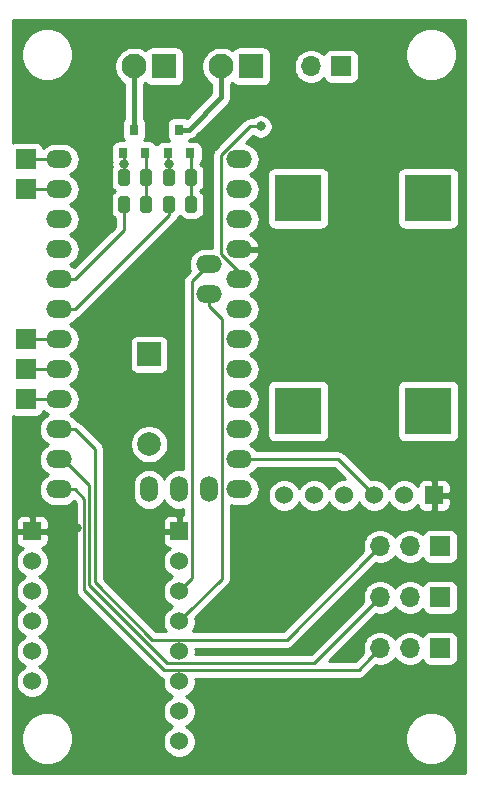
<source format=gbr>
G04 #@! TF.GenerationSoftware,KiCad,Pcbnew,5.1.5-52549c5~84~ubuntu19.04.1*
G04 #@! TF.CreationDate,2019-12-06T19:41:43+01:00*
G04 #@! TF.ProjectId,Rocket_PCB,526f636b-6574-45f5-9043-422e6b696361,rev?*
G04 #@! TF.SameCoordinates,Original*
G04 #@! TF.FileFunction,Copper,L2,Bot*
G04 #@! TF.FilePolarity,Positive*
%FSLAX46Y46*%
G04 Gerber Fmt 4.6, Leading zero omitted, Abs format (unit mm)*
G04 Created by KiCad (PCBNEW 5.1.5-52549c5~84~ubuntu19.04.1) date 2019-12-06 19:41:43*
%MOMM*%
%LPD*%
G04 APERTURE LIST*
%ADD10O,2.199640X1.501140*%
%ADD11O,1.501140X2.199640*%
%ADD12R,1.700000X1.700000*%
%ADD13C,0.100000*%
%ADD14R,0.800000X0.900000*%
%ADD15C,2.100000*%
%ADD16R,2.100000X2.100000*%
%ADD17C,1.524000*%
%ADD18R,1.524000X1.524000*%
%ADD19C,2.000000*%
%ADD20R,2.000000X2.000000*%
%ADD21O,1.700000X1.700000*%
%ADD22R,4.000000X4.000000*%
%ADD23C,0.800000*%
%ADD24C,0.250000*%
%ADD25C,0.400000*%
%ADD26C,0.254000*%
G04 APERTURE END LIST*
D10*
X129032000Y-49022000D03*
X129032000Y-51562000D03*
X129032000Y-54102000D03*
X129032000Y-56642000D03*
X129032000Y-59182000D03*
X129032000Y-61722000D03*
X129032000Y-64262000D03*
X129032000Y-66802000D03*
X129032000Y-69342000D03*
X129032000Y-71882000D03*
X129032000Y-74422000D03*
X129032000Y-76962000D03*
X144272000Y-76962000D03*
X144272000Y-74422000D03*
X144272000Y-71882000D03*
X144272000Y-69342000D03*
X144272000Y-66802000D03*
X144272000Y-64262000D03*
X144272000Y-61722000D03*
X144272000Y-59182000D03*
X144272000Y-56642000D03*
X144272000Y-54102000D03*
X144272000Y-51562000D03*
X144272000Y-49022000D03*
X141732000Y-60452000D03*
X141732000Y-57912000D03*
D11*
X141732000Y-76962000D03*
X139192000Y-76962000D03*
X136652000Y-76962000D03*
D12*
X126238000Y-69342000D03*
G04 #@! TA.AperFunction,SMDPad,CuDef*
D13*
G36*
X140475642Y-49847174D02*
G01*
X140499303Y-49850684D01*
X140522507Y-49856496D01*
X140545029Y-49864554D01*
X140566653Y-49874782D01*
X140587170Y-49887079D01*
X140606383Y-49901329D01*
X140624107Y-49917393D01*
X140640171Y-49935117D01*
X140654421Y-49954330D01*
X140666718Y-49974847D01*
X140676946Y-49996471D01*
X140685004Y-50018993D01*
X140690816Y-50042197D01*
X140694326Y-50065858D01*
X140695500Y-50089750D01*
X140695500Y-51002250D01*
X140694326Y-51026142D01*
X140690816Y-51049803D01*
X140685004Y-51073007D01*
X140676946Y-51095529D01*
X140666718Y-51117153D01*
X140654421Y-51137670D01*
X140640171Y-51156883D01*
X140624107Y-51174607D01*
X140606383Y-51190671D01*
X140587170Y-51204921D01*
X140566653Y-51217218D01*
X140545029Y-51227446D01*
X140522507Y-51235504D01*
X140499303Y-51241316D01*
X140475642Y-51244826D01*
X140451750Y-51246000D01*
X139964250Y-51246000D01*
X139940358Y-51244826D01*
X139916697Y-51241316D01*
X139893493Y-51235504D01*
X139870971Y-51227446D01*
X139849347Y-51217218D01*
X139828830Y-51204921D01*
X139809617Y-51190671D01*
X139791893Y-51174607D01*
X139775829Y-51156883D01*
X139761579Y-51137670D01*
X139749282Y-51117153D01*
X139739054Y-51095529D01*
X139730996Y-51073007D01*
X139725184Y-51049803D01*
X139721674Y-51026142D01*
X139720500Y-51002250D01*
X139720500Y-50089750D01*
X139721674Y-50065858D01*
X139725184Y-50042197D01*
X139730996Y-50018993D01*
X139739054Y-49996471D01*
X139749282Y-49974847D01*
X139761579Y-49954330D01*
X139775829Y-49935117D01*
X139791893Y-49917393D01*
X139809617Y-49901329D01*
X139828830Y-49887079D01*
X139849347Y-49874782D01*
X139870971Y-49864554D01*
X139893493Y-49856496D01*
X139916697Y-49850684D01*
X139940358Y-49847174D01*
X139964250Y-49846000D01*
X140451750Y-49846000D01*
X140475642Y-49847174D01*
G37*
G04 #@! TD.AperFunction*
G04 #@! TA.AperFunction,SMDPad,CuDef*
G36*
X138600642Y-49847174D02*
G01*
X138624303Y-49850684D01*
X138647507Y-49856496D01*
X138670029Y-49864554D01*
X138691653Y-49874782D01*
X138712170Y-49887079D01*
X138731383Y-49901329D01*
X138749107Y-49917393D01*
X138765171Y-49935117D01*
X138779421Y-49954330D01*
X138791718Y-49974847D01*
X138801946Y-49996471D01*
X138810004Y-50018993D01*
X138815816Y-50042197D01*
X138819326Y-50065858D01*
X138820500Y-50089750D01*
X138820500Y-51002250D01*
X138819326Y-51026142D01*
X138815816Y-51049803D01*
X138810004Y-51073007D01*
X138801946Y-51095529D01*
X138791718Y-51117153D01*
X138779421Y-51137670D01*
X138765171Y-51156883D01*
X138749107Y-51174607D01*
X138731383Y-51190671D01*
X138712170Y-51204921D01*
X138691653Y-51217218D01*
X138670029Y-51227446D01*
X138647507Y-51235504D01*
X138624303Y-51241316D01*
X138600642Y-51244826D01*
X138576750Y-51246000D01*
X138089250Y-51246000D01*
X138065358Y-51244826D01*
X138041697Y-51241316D01*
X138018493Y-51235504D01*
X137995971Y-51227446D01*
X137974347Y-51217218D01*
X137953830Y-51204921D01*
X137934617Y-51190671D01*
X137916893Y-51174607D01*
X137900829Y-51156883D01*
X137886579Y-51137670D01*
X137874282Y-51117153D01*
X137864054Y-51095529D01*
X137855996Y-51073007D01*
X137850184Y-51049803D01*
X137846674Y-51026142D01*
X137845500Y-51002250D01*
X137845500Y-50089750D01*
X137846674Y-50065858D01*
X137850184Y-50042197D01*
X137855996Y-50018993D01*
X137864054Y-49996471D01*
X137874282Y-49974847D01*
X137886579Y-49954330D01*
X137900829Y-49935117D01*
X137916893Y-49917393D01*
X137934617Y-49901329D01*
X137953830Y-49887079D01*
X137974347Y-49874782D01*
X137995971Y-49864554D01*
X138018493Y-49856496D01*
X138041697Y-49850684D01*
X138065358Y-49847174D01*
X138089250Y-49846000D01*
X138576750Y-49846000D01*
X138600642Y-49847174D01*
G37*
G04 #@! TD.AperFunction*
G04 #@! TA.AperFunction,SMDPad,CuDef*
G36*
X138600642Y-52133174D02*
G01*
X138624303Y-52136684D01*
X138647507Y-52142496D01*
X138670029Y-52150554D01*
X138691653Y-52160782D01*
X138712170Y-52173079D01*
X138731383Y-52187329D01*
X138749107Y-52203393D01*
X138765171Y-52221117D01*
X138779421Y-52240330D01*
X138791718Y-52260847D01*
X138801946Y-52282471D01*
X138810004Y-52304993D01*
X138815816Y-52328197D01*
X138819326Y-52351858D01*
X138820500Y-52375750D01*
X138820500Y-53288250D01*
X138819326Y-53312142D01*
X138815816Y-53335803D01*
X138810004Y-53359007D01*
X138801946Y-53381529D01*
X138791718Y-53403153D01*
X138779421Y-53423670D01*
X138765171Y-53442883D01*
X138749107Y-53460607D01*
X138731383Y-53476671D01*
X138712170Y-53490921D01*
X138691653Y-53503218D01*
X138670029Y-53513446D01*
X138647507Y-53521504D01*
X138624303Y-53527316D01*
X138600642Y-53530826D01*
X138576750Y-53532000D01*
X138089250Y-53532000D01*
X138065358Y-53530826D01*
X138041697Y-53527316D01*
X138018493Y-53521504D01*
X137995971Y-53513446D01*
X137974347Y-53503218D01*
X137953830Y-53490921D01*
X137934617Y-53476671D01*
X137916893Y-53460607D01*
X137900829Y-53442883D01*
X137886579Y-53423670D01*
X137874282Y-53403153D01*
X137864054Y-53381529D01*
X137855996Y-53359007D01*
X137850184Y-53335803D01*
X137846674Y-53312142D01*
X137845500Y-53288250D01*
X137845500Y-52375750D01*
X137846674Y-52351858D01*
X137850184Y-52328197D01*
X137855996Y-52304993D01*
X137864054Y-52282471D01*
X137874282Y-52260847D01*
X137886579Y-52240330D01*
X137900829Y-52221117D01*
X137916893Y-52203393D01*
X137934617Y-52187329D01*
X137953830Y-52173079D01*
X137974347Y-52160782D01*
X137995971Y-52150554D01*
X138018493Y-52142496D01*
X138041697Y-52136684D01*
X138065358Y-52133174D01*
X138089250Y-52132000D01*
X138576750Y-52132000D01*
X138600642Y-52133174D01*
G37*
G04 #@! TD.AperFunction*
G04 #@! TA.AperFunction,SMDPad,CuDef*
G36*
X140475642Y-52133174D02*
G01*
X140499303Y-52136684D01*
X140522507Y-52142496D01*
X140545029Y-52150554D01*
X140566653Y-52160782D01*
X140587170Y-52173079D01*
X140606383Y-52187329D01*
X140624107Y-52203393D01*
X140640171Y-52221117D01*
X140654421Y-52240330D01*
X140666718Y-52260847D01*
X140676946Y-52282471D01*
X140685004Y-52304993D01*
X140690816Y-52328197D01*
X140694326Y-52351858D01*
X140695500Y-52375750D01*
X140695500Y-53288250D01*
X140694326Y-53312142D01*
X140690816Y-53335803D01*
X140685004Y-53359007D01*
X140676946Y-53381529D01*
X140666718Y-53403153D01*
X140654421Y-53423670D01*
X140640171Y-53442883D01*
X140624107Y-53460607D01*
X140606383Y-53476671D01*
X140587170Y-53490921D01*
X140566653Y-53503218D01*
X140545029Y-53513446D01*
X140522507Y-53521504D01*
X140499303Y-53527316D01*
X140475642Y-53530826D01*
X140451750Y-53532000D01*
X139964250Y-53532000D01*
X139940358Y-53530826D01*
X139916697Y-53527316D01*
X139893493Y-53521504D01*
X139870971Y-53513446D01*
X139849347Y-53503218D01*
X139828830Y-53490921D01*
X139809617Y-53476671D01*
X139791893Y-53460607D01*
X139775829Y-53442883D01*
X139761579Y-53423670D01*
X139749282Y-53403153D01*
X139739054Y-53381529D01*
X139730996Y-53359007D01*
X139725184Y-53335803D01*
X139721674Y-53312142D01*
X139720500Y-53288250D01*
X139720500Y-52375750D01*
X139721674Y-52351858D01*
X139725184Y-52328197D01*
X139730996Y-52304993D01*
X139739054Y-52282471D01*
X139749282Y-52260847D01*
X139761579Y-52240330D01*
X139775829Y-52221117D01*
X139791893Y-52203393D01*
X139809617Y-52187329D01*
X139828830Y-52173079D01*
X139849347Y-52160782D01*
X139870971Y-52150554D01*
X139893493Y-52142496D01*
X139916697Y-52136684D01*
X139940358Y-52133174D01*
X139964250Y-52132000D01*
X140451750Y-52132000D01*
X140475642Y-52133174D01*
G37*
G04 #@! TD.AperFunction*
D14*
X139192000Y-46514000D03*
X138242000Y-48514000D03*
X140142000Y-48514000D03*
D15*
X142748000Y-41148000D03*
D16*
X145288000Y-41148000D03*
D17*
X148082000Y-77470000D03*
X150622000Y-77470000D03*
X153162000Y-77470000D03*
X155702000Y-77470000D03*
X158242000Y-77470000D03*
D18*
X160782000Y-77470000D03*
D12*
X126238000Y-66802000D03*
X126238000Y-64262000D03*
X126238000Y-49022000D03*
X126238000Y-51562000D03*
D19*
X136652000Y-73132000D03*
D20*
X136652000Y-65532000D03*
G04 #@! TA.AperFunction,SMDPad,CuDef*
D13*
G36*
X136665642Y-49847174D02*
G01*
X136689303Y-49850684D01*
X136712507Y-49856496D01*
X136735029Y-49864554D01*
X136756653Y-49874782D01*
X136777170Y-49887079D01*
X136796383Y-49901329D01*
X136814107Y-49917393D01*
X136830171Y-49935117D01*
X136844421Y-49954330D01*
X136856718Y-49974847D01*
X136866946Y-49996471D01*
X136875004Y-50018993D01*
X136880816Y-50042197D01*
X136884326Y-50065858D01*
X136885500Y-50089750D01*
X136885500Y-51002250D01*
X136884326Y-51026142D01*
X136880816Y-51049803D01*
X136875004Y-51073007D01*
X136866946Y-51095529D01*
X136856718Y-51117153D01*
X136844421Y-51137670D01*
X136830171Y-51156883D01*
X136814107Y-51174607D01*
X136796383Y-51190671D01*
X136777170Y-51204921D01*
X136756653Y-51217218D01*
X136735029Y-51227446D01*
X136712507Y-51235504D01*
X136689303Y-51241316D01*
X136665642Y-51244826D01*
X136641750Y-51246000D01*
X136154250Y-51246000D01*
X136130358Y-51244826D01*
X136106697Y-51241316D01*
X136083493Y-51235504D01*
X136060971Y-51227446D01*
X136039347Y-51217218D01*
X136018830Y-51204921D01*
X135999617Y-51190671D01*
X135981893Y-51174607D01*
X135965829Y-51156883D01*
X135951579Y-51137670D01*
X135939282Y-51117153D01*
X135929054Y-51095529D01*
X135920996Y-51073007D01*
X135915184Y-51049803D01*
X135911674Y-51026142D01*
X135910500Y-51002250D01*
X135910500Y-50089750D01*
X135911674Y-50065858D01*
X135915184Y-50042197D01*
X135920996Y-50018993D01*
X135929054Y-49996471D01*
X135939282Y-49974847D01*
X135951579Y-49954330D01*
X135965829Y-49935117D01*
X135981893Y-49917393D01*
X135999617Y-49901329D01*
X136018830Y-49887079D01*
X136039347Y-49874782D01*
X136060971Y-49864554D01*
X136083493Y-49856496D01*
X136106697Y-49850684D01*
X136130358Y-49847174D01*
X136154250Y-49846000D01*
X136641750Y-49846000D01*
X136665642Y-49847174D01*
G37*
G04 #@! TD.AperFunction*
G04 #@! TA.AperFunction,SMDPad,CuDef*
G36*
X134790642Y-49847174D02*
G01*
X134814303Y-49850684D01*
X134837507Y-49856496D01*
X134860029Y-49864554D01*
X134881653Y-49874782D01*
X134902170Y-49887079D01*
X134921383Y-49901329D01*
X134939107Y-49917393D01*
X134955171Y-49935117D01*
X134969421Y-49954330D01*
X134981718Y-49974847D01*
X134991946Y-49996471D01*
X135000004Y-50018993D01*
X135005816Y-50042197D01*
X135009326Y-50065858D01*
X135010500Y-50089750D01*
X135010500Y-51002250D01*
X135009326Y-51026142D01*
X135005816Y-51049803D01*
X135000004Y-51073007D01*
X134991946Y-51095529D01*
X134981718Y-51117153D01*
X134969421Y-51137670D01*
X134955171Y-51156883D01*
X134939107Y-51174607D01*
X134921383Y-51190671D01*
X134902170Y-51204921D01*
X134881653Y-51217218D01*
X134860029Y-51227446D01*
X134837507Y-51235504D01*
X134814303Y-51241316D01*
X134790642Y-51244826D01*
X134766750Y-51246000D01*
X134279250Y-51246000D01*
X134255358Y-51244826D01*
X134231697Y-51241316D01*
X134208493Y-51235504D01*
X134185971Y-51227446D01*
X134164347Y-51217218D01*
X134143830Y-51204921D01*
X134124617Y-51190671D01*
X134106893Y-51174607D01*
X134090829Y-51156883D01*
X134076579Y-51137670D01*
X134064282Y-51117153D01*
X134054054Y-51095529D01*
X134045996Y-51073007D01*
X134040184Y-51049803D01*
X134036674Y-51026142D01*
X134035500Y-51002250D01*
X134035500Y-50089750D01*
X134036674Y-50065858D01*
X134040184Y-50042197D01*
X134045996Y-50018993D01*
X134054054Y-49996471D01*
X134064282Y-49974847D01*
X134076579Y-49954330D01*
X134090829Y-49935117D01*
X134106893Y-49917393D01*
X134124617Y-49901329D01*
X134143830Y-49887079D01*
X134164347Y-49874782D01*
X134185971Y-49864554D01*
X134208493Y-49856496D01*
X134231697Y-49850684D01*
X134255358Y-49847174D01*
X134279250Y-49846000D01*
X134766750Y-49846000D01*
X134790642Y-49847174D01*
G37*
G04 #@! TD.AperFunction*
G04 #@! TA.AperFunction,SMDPad,CuDef*
G36*
X134790642Y-52133174D02*
G01*
X134814303Y-52136684D01*
X134837507Y-52142496D01*
X134860029Y-52150554D01*
X134881653Y-52160782D01*
X134902170Y-52173079D01*
X134921383Y-52187329D01*
X134939107Y-52203393D01*
X134955171Y-52221117D01*
X134969421Y-52240330D01*
X134981718Y-52260847D01*
X134991946Y-52282471D01*
X135000004Y-52304993D01*
X135005816Y-52328197D01*
X135009326Y-52351858D01*
X135010500Y-52375750D01*
X135010500Y-53288250D01*
X135009326Y-53312142D01*
X135005816Y-53335803D01*
X135000004Y-53359007D01*
X134991946Y-53381529D01*
X134981718Y-53403153D01*
X134969421Y-53423670D01*
X134955171Y-53442883D01*
X134939107Y-53460607D01*
X134921383Y-53476671D01*
X134902170Y-53490921D01*
X134881653Y-53503218D01*
X134860029Y-53513446D01*
X134837507Y-53521504D01*
X134814303Y-53527316D01*
X134790642Y-53530826D01*
X134766750Y-53532000D01*
X134279250Y-53532000D01*
X134255358Y-53530826D01*
X134231697Y-53527316D01*
X134208493Y-53521504D01*
X134185971Y-53513446D01*
X134164347Y-53503218D01*
X134143830Y-53490921D01*
X134124617Y-53476671D01*
X134106893Y-53460607D01*
X134090829Y-53442883D01*
X134076579Y-53423670D01*
X134064282Y-53403153D01*
X134054054Y-53381529D01*
X134045996Y-53359007D01*
X134040184Y-53335803D01*
X134036674Y-53312142D01*
X134035500Y-53288250D01*
X134035500Y-52375750D01*
X134036674Y-52351858D01*
X134040184Y-52328197D01*
X134045996Y-52304993D01*
X134054054Y-52282471D01*
X134064282Y-52260847D01*
X134076579Y-52240330D01*
X134090829Y-52221117D01*
X134106893Y-52203393D01*
X134124617Y-52187329D01*
X134143830Y-52173079D01*
X134164347Y-52160782D01*
X134185971Y-52150554D01*
X134208493Y-52142496D01*
X134231697Y-52136684D01*
X134255358Y-52133174D01*
X134279250Y-52132000D01*
X134766750Y-52132000D01*
X134790642Y-52133174D01*
G37*
G04 #@! TD.AperFunction*
G04 #@! TA.AperFunction,SMDPad,CuDef*
G36*
X136665642Y-52133174D02*
G01*
X136689303Y-52136684D01*
X136712507Y-52142496D01*
X136735029Y-52150554D01*
X136756653Y-52160782D01*
X136777170Y-52173079D01*
X136796383Y-52187329D01*
X136814107Y-52203393D01*
X136830171Y-52221117D01*
X136844421Y-52240330D01*
X136856718Y-52260847D01*
X136866946Y-52282471D01*
X136875004Y-52304993D01*
X136880816Y-52328197D01*
X136884326Y-52351858D01*
X136885500Y-52375750D01*
X136885500Y-53288250D01*
X136884326Y-53312142D01*
X136880816Y-53335803D01*
X136875004Y-53359007D01*
X136866946Y-53381529D01*
X136856718Y-53403153D01*
X136844421Y-53423670D01*
X136830171Y-53442883D01*
X136814107Y-53460607D01*
X136796383Y-53476671D01*
X136777170Y-53490921D01*
X136756653Y-53503218D01*
X136735029Y-53513446D01*
X136712507Y-53521504D01*
X136689303Y-53527316D01*
X136665642Y-53530826D01*
X136641750Y-53532000D01*
X136154250Y-53532000D01*
X136130358Y-53530826D01*
X136106697Y-53527316D01*
X136083493Y-53521504D01*
X136060971Y-53513446D01*
X136039347Y-53503218D01*
X136018830Y-53490921D01*
X135999617Y-53476671D01*
X135981893Y-53460607D01*
X135965829Y-53442883D01*
X135951579Y-53423670D01*
X135939282Y-53403153D01*
X135929054Y-53381529D01*
X135920996Y-53359007D01*
X135915184Y-53335803D01*
X135911674Y-53312142D01*
X135910500Y-53288250D01*
X135910500Y-52375750D01*
X135911674Y-52351858D01*
X135915184Y-52328197D01*
X135920996Y-52304993D01*
X135929054Y-52282471D01*
X135939282Y-52260847D01*
X135951579Y-52240330D01*
X135965829Y-52221117D01*
X135981893Y-52203393D01*
X135999617Y-52187329D01*
X136018830Y-52173079D01*
X136039347Y-52160782D01*
X136060971Y-52150554D01*
X136083493Y-52142496D01*
X136106697Y-52136684D01*
X136130358Y-52133174D01*
X136154250Y-52132000D01*
X136641750Y-52132000D01*
X136665642Y-52133174D01*
G37*
G04 #@! TD.AperFunction*
D14*
X135382000Y-46498000D03*
X134432000Y-48498000D03*
X136332000Y-48498000D03*
D21*
X150368000Y-41148000D03*
D12*
X152908000Y-41148000D03*
D15*
X135382000Y-41148000D03*
D16*
X137922000Y-41148000D03*
D21*
X156210000Y-90424000D03*
X158750000Y-90424000D03*
D12*
X161290000Y-90424000D03*
D21*
X156210000Y-86106000D03*
X158750000Y-86106000D03*
D12*
X161290000Y-86106000D03*
D21*
X156210000Y-81788000D03*
X158750000Y-81788000D03*
D12*
X161290000Y-81788000D03*
D17*
X126746000Y-93218000D03*
X126746000Y-90678000D03*
X126746000Y-88138000D03*
X126746000Y-85598000D03*
X126746000Y-83058000D03*
D18*
X126746000Y-80518000D03*
D17*
X139192000Y-98298000D03*
X139192000Y-95758000D03*
X139192000Y-93218000D03*
X139192000Y-90678000D03*
X139192000Y-88138000D03*
X139192000Y-85598000D03*
X139192000Y-83058000D03*
D18*
X139192000Y-80518000D03*
D22*
X149274000Y-70324000D03*
X160274000Y-70324000D03*
X149274000Y-52324000D03*
X160274000Y-52324000D03*
D23*
X138303000Y-49403000D03*
X134493000Y-49403000D03*
X130556000Y-80264000D03*
X134112000Y-80264000D03*
X141478000Y-55118000D03*
X146088000Y-46228000D03*
D24*
X138242000Y-49342000D02*
X138303000Y-49403000D01*
X138242000Y-48514000D02*
X138242000Y-49342000D01*
X138303000Y-50516000D02*
X138333000Y-50546000D01*
X138303000Y-49403000D02*
X138303000Y-50516000D01*
X134493000Y-50516000D02*
X134523000Y-50546000D01*
X134493000Y-49403000D02*
X134493000Y-50516000D01*
X134493000Y-48559000D02*
X134432000Y-48498000D01*
X134493000Y-49403000D02*
X134493000Y-48559000D01*
X140307170Y-84482830D02*
X140307170Y-59336830D01*
X139192000Y-85598000D02*
X140307170Y-84482830D01*
X140307170Y-59336830D02*
X141732000Y-57912000D01*
X139953999Y-87376001D02*
X139192000Y-88138000D01*
X142807580Y-84522420D02*
X139953999Y-87376001D01*
X142807580Y-62528150D02*
X142807580Y-84522420D01*
X141732000Y-61452570D02*
X142807580Y-62528150D01*
X141732000Y-60452000D02*
X141732000Y-61452570D01*
X152654000Y-74422000D02*
X155702000Y-77470000D01*
X144272000Y-74422000D02*
X152654000Y-74422000D01*
X130381820Y-71882000D02*
X132080000Y-73580180D01*
X129032000Y-71882000D02*
X130381820Y-71882000D01*
X132080000Y-73580180D02*
X132080000Y-84836000D01*
X155360001Y-82637999D02*
X156210000Y-81788000D01*
X136934999Y-89690999D02*
X148307001Y-89690999D01*
X148307001Y-89690999D02*
X155360001Y-82637999D01*
X132080000Y-84836000D02*
X136934999Y-89690999D01*
X129381250Y-74422000D02*
X131572000Y-76612750D01*
X129032000Y-74422000D02*
X129381250Y-74422000D01*
X131572000Y-76612750D02*
X131572000Y-85090000D01*
X138147001Y-91665001D02*
X150650999Y-91665001D01*
X155360001Y-86955999D02*
X156210000Y-86106000D01*
X150650999Y-91665001D02*
X155360001Y-86955999D01*
X131572000Y-85090000D02*
X138147001Y-91665001D01*
X136398000Y-48564000D02*
X136332000Y-48498000D01*
X136398000Y-50546000D02*
X136398000Y-48564000D01*
X136398000Y-50546000D02*
X136398000Y-52832000D01*
X129032000Y-49022000D02*
X126238000Y-49022000D01*
X127338000Y-51562000D02*
X129032000Y-51562000D01*
X126238000Y-51562000D02*
X127338000Y-51562000D01*
X126238000Y-64262000D02*
X129032000Y-64262000D01*
X129032000Y-66802000D02*
X126238000Y-66802000D01*
X131181001Y-77761181D02*
X131181001Y-85480999D01*
X129032000Y-76962000D02*
X130381820Y-76962000D01*
X130381820Y-76962000D02*
X131181001Y-77761181D01*
X154403001Y-92230999D02*
X155360001Y-91273999D01*
X137931001Y-92230999D02*
X154403001Y-92230999D01*
X155360001Y-91273999D02*
X156210000Y-90424000D01*
X131181001Y-85480999D02*
X137931001Y-92230999D01*
X134523000Y-55040820D02*
X130381820Y-59182000D01*
X130381820Y-59182000D02*
X129032000Y-59182000D01*
X134523000Y-52832000D02*
X134523000Y-55040820D01*
D25*
X135382000Y-41148000D02*
X135382000Y-46498000D01*
D24*
X142748000Y-48675651D02*
X142748000Y-57057651D01*
X145195651Y-46228000D02*
X142748000Y-48675651D01*
X144272000Y-58581651D02*
X144272000Y-59182000D01*
X146088000Y-46228000D02*
X145195651Y-46228000D01*
X142748000Y-57057651D02*
X144272000Y-58581651D01*
X130381820Y-61722000D02*
X138333000Y-53770820D01*
X138333000Y-53532000D02*
X138333000Y-52832000D01*
X138333000Y-53770820D02*
X138333000Y-53532000D01*
X129032000Y-61722000D02*
X130381820Y-61722000D01*
D25*
X142748000Y-43758000D02*
X142748000Y-42632924D01*
X142748000Y-42632924D02*
X142748000Y-41148000D01*
X139992000Y-46514000D02*
X142748000Y-43758000D01*
X139192000Y-46514000D02*
X139992000Y-46514000D01*
D24*
X140208000Y-52832000D02*
X140208000Y-50546000D01*
X140208000Y-48580000D02*
X140142000Y-48514000D01*
X140208000Y-50546000D02*
X140208000Y-48580000D01*
X128537012Y-69342000D02*
X128784506Y-69589494D01*
X126238000Y-69342000D02*
X128537012Y-69342000D01*
D26*
G36*
X163424000Y-100940000D02*
G01*
X125120000Y-100940000D01*
X125120000Y-97823872D01*
X125781000Y-97823872D01*
X125781000Y-98264128D01*
X125866890Y-98695925D01*
X126035369Y-99102669D01*
X126279962Y-99468729D01*
X126591271Y-99780038D01*
X126957331Y-100024631D01*
X127364075Y-100193110D01*
X127795872Y-100279000D01*
X128236128Y-100279000D01*
X128667925Y-100193110D01*
X129074669Y-100024631D01*
X129440729Y-99780038D01*
X129752038Y-99468729D01*
X129996631Y-99102669D01*
X130165110Y-98695925D01*
X130251000Y-98264128D01*
X130251000Y-97823872D01*
X130165110Y-97392075D01*
X129996631Y-96985331D01*
X129752038Y-96619271D01*
X129440729Y-96307962D01*
X129074669Y-96063369D01*
X128667925Y-95894890D01*
X128236128Y-95809000D01*
X127795872Y-95809000D01*
X127364075Y-95894890D01*
X126957331Y-96063369D01*
X126591271Y-96307962D01*
X126279962Y-96619271D01*
X126035369Y-96985331D01*
X125866890Y-97392075D01*
X125781000Y-97823872D01*
X125120000Y-97823872D01*
X125120000Y-81280000D01*
X125345928Y-81280000D01*
X125358188Y-81404482D01*
X125394498Y-81524180D01*
X125453463Y-81634494D01*
X125532815Y-81731185D01*
X125629506Y-81810537D01*
X125739820Y-81869502D01*
X125859518Y-81905812D01*
X125943465Y-81914080D01*
X125855465Y-81972880D01*
X125660880Y-82167465D01*
X125507995Y-82396273D01*
X125402686Y-82650510D01*
X125349000Y-82920408D01*
X125349000Y-83195592D01*
X125402686Y-83465490D01*
X125507995Y-83719727D01*
X125660880Y-83948535D01*
X125855465Y-84143120D01*
X126084273Y-84296005D01*
X126161515Y-84328000D01*
X126084273Y-84359995D01*
X125855465Y-84512880D01*
X125660880Y-84707465D01*
X125507995Y-84936273D01*
X125402686Y-85190510D01*
X125349000Y-85460408D01*
X125349000Y-85735592D01*
X125402686Y-86005490D01*
X125507995Y-86259727D01*
X125660880Y-86488535D01*
X125855465Y-86683120D01*
X126084273Y-86836005D01*
X126161515Y-86868000D01*
X126084273Y-86899995D01*
X125855465Y-87052880D01*
X125660880Y-87247465D01*
X125507995Y-87476273D01*
X125402686Y-87730510D01*
X125349000Y-88000408D01*
X125349000Y-88275592D01*
X125402686Y-88545490D01*
X125507995Y-88799727D01*
X125660880Y-89028535D01*
X125855465Y-89223120D01*
X126084273Y-89376005D01*
X126161515Y-89408000D01*
X126084273Y-89439995D01*
X125855465Y-89592880D01*
X125660880Y-89787465D01*
X125507995Y-90016273D01*
X125402686Y-90270510D01*
X125349000Y-90540408D01*
X125349000Y-90815592D01*
X125402686Y-91085490D01*
X125507995Y-91339727D01*
X125660880Y-91568535D01*
X125855465Y-91763120D01*
X126084273Y-91916005D01*
X126161515Y-91948000D01*
X126084273Y-91979995D01*
X125855465Y-92132880D01*
X125660880Y-92327465D01*
X125507995Y-92556273D01*
X125402686Y-92810510D01*
X125349000Y-93080408D01*
X125349000Y-93355592D01*
X125402686Y-93625490D01*
X125507995Y-93879727D01*
X125660880Y-94108535D01*
X125855465Y-94303120D01*
X126084273Y-94456005D01*
X126338510Y-94561314D01*
X126608408Y-94615000D01*
X126883592Y-94615000D01*
X127153490Y-94561314D01*
X127407727Y-94456005D01*
X127636535Y-94303120D01*
X127831120Y-94108535D01*
X127984005Y-93879727D01*
X128089314Y-93625490D01*
X128143000Y-93355592D01*
X128143000Y-93080408D01*
X128089314Y-92810510D01*
X127984005Y-92556273D01*
X127831120Y-92327465D01*
X127636535Y-92132880D01*
X127407727Y-91979995D01*
X127330485Y-91948000D01*
X127407727Y-91916005D01*
X127636535Y-91763120D01*
X127831120Y-91568535D01*
X127984005Y-91339727D01*
X128089314Y-91085490D01*
X128143000Y-90815592D01*
X128143000Y-90540408D01*
X128089314Y-90270510D01*
X127984005Y-90016273D01*
X127831120Y-89787465D01*
X127636535Y-89592880D01*
X127407727Y-89439995D01*
X127330485Y-89408000D01*
X127407727Y-89376005D01*
X127636535Y-89223120D01*
X127831120Y-89028535D01*
X127984005Y-88799727D01*
X128089314Y-88545490D01*
X128143000Y-88275592D01*
X128143000Y-88000408D01*
X128089314Y-87730510D01*
X127984005Y-87476273D01*
X127831120Y-87247465D01*
X127636535Y-87052880D01*
X127407727Y-86899995D01*
X127330485Y-86868000D01*
X127407727Y-86836005D01*
X127636535Y-86683120D01*
X127831120Y-86488535D01*
X127984005Y-86259727D01*
X128089314Y-86005490D01*
X128143000Y-85735592D01*
X128143000Y-85460408D01*
X128089314Y-85190510D01*
X127984005Y-84936273D01*
X127831120Y-84707465D01*
X127636535Y-84512880D01*
X127407727Y-84359995D01*
X127330485Y-84328000D01*
X127407727Y-84296005D01*
X127636535Y-84143120D01*
X127831120Y-83948535D01*
X127984005Y-83719727D01*
X128089314Y-83465490D01*
X128143000Y-83195592D01*
X128143000Y-82920408D01*
X128089314Y-82650510D01*
X127984005Y-82396273D01*
X127831120Y-82167465D01*
X127636535Y-81972880D01*
X127548535Y-81914080D01*
X127632482Y-81905812D01*
X127752180Y-81869502D01*
X127862494Y-81810537D01*
X127959185Y-81731185D01*
X128038537Y-81634494D01*
X128097502Y-81524180D01*
X128133812Y-81404482D01*
X128146072Y-81280000D01*
X128143000Y-80803750D01*
X127984250Y-80645000D01*
X126873000Y-80645000D01*
X126873000Y-80665000D01*
X126619000Y-80665000D01*
X126619000Y-80645000D01*
X125507750Y-80645000D01*
X125349000Y-80803750D01*
X125345928Y-81280000D01*
X125120000Y-81280000D01*
X125120000Y-79756000D01*
X125345928Y-79756000D01*
X125349000Y-80232250D01*
X125507750Y-80391000D01*
X126619000Y-80391000D01*
X126619000Y-79279750D01*
X126873000Y-79279750D01*
X126873000Y-80391000D01*
X127984250Y-80391000D01*
X128143000Y-80232250D01*
X128146072Y-79756000D01*
X128133812Y-79631518D01*
X128097502Y-79511820D01*
X128038537Y-79401506D01*
X127959185Y-79304815D01*
X127862494Y-79225463D01*
X127752180Y-79166498D01*
X127632482Y-79130188D01*
X127508000Y-79117928D01*
X127031750Y-79121000D01*
X126873000Y-79279750D01*
X126619000Y-79279750D01*
X126460250Y-79121000D01*
X125984000Y-79117928D01*
X125859518Y-79130188D01*
X125739820Y-79166498D01*
X125629506Y-79225463D01*
X125532815Y-79304815D01*
X125453463Y-79401506D01*
X125394498Y-79511820D01*
X125358188Y-79631518D01*
X125345928Y-79756000D01*
X125120000Y-79756000D01*
X125120000Y-70768770D01*
X125143820Y-70781502D01*
X125263518Y-70817812D01*
X125388000Y-70830072D01*
X127088000Y-70830072D01*
X127212482Y-70817812D01*
X127332180Y-70781502D01*
X127442494Y-70722537D01*
X127539185Y-70643185D01*
X127618537Y-70546494D01*
X127677502Y-70436180D01*
X127708283Y-70334708D01*
X127909244Y-70499634D01*
X128119468Y-70612000D01*
X127909244Y-70724366D01*
X127698264Y-70897514D01*
X127525116Y-71108494D01*
X127396457Y-71349200D01*
X127317228Y-71610381D01*
X127290476Y-71882000D01*
X127317228Y-72153619D01*
X127396457Y-72414800D01*
X127525116Y-72655506D01*
X127698264Y-72866486D01*
X127909244Y-73039634D01*
X128119468Y-73152000D01*
X127909244Y-73264366D01*
X127698264Y-73437514D01*
X127525116Y-73648494D01*
X127396457Y-73889200D01*
X127317228Y-74150381D01*
X127290476Y-74422000D01*
X127317228Y-74693619D01*
X127396457Y-74954800D01*
X127525116Y-75195506D01*
X127698264Y-75406486D01*
X127909244Y-75579634D01*
X128119468Y-75692000D01*
X127909244Y-75804366D01*
X127698264Y-75977514D01*
X127525116Y-76188494D01*
X127396457Y-76429200D01*
X127317228Y-76690381D01*
X127290476Y-76962000D01*
X127317228Y-77233619D01*
X127396457Y-77494800D01*
X127525116Y-77735506D01*
X127698264Y-77946486D01*
X127909244Y-78119634D01*
X128149950Y-78248293D01*
X128411131Y-78327522D01*
X128614683Y-78347570D01*
X129449317Y-78347570D01*
X129652869Y-78327522D01*
X129914050Y-78248293D01*
X130154756Y-78119634D01*
X130324965Y-77979946D01*
X130421001Y-78075983D01*
X130421002Y-85443667D01*
X130417325Y-85480999D01*
X130431999Y-85629984D01*
X130475455Y-85773245D01*
X130546027Y-85905275D01*
X130590726Y-85959740D01*
X130641001Y-86021000D01*
X130669999Y-86044798D01*
X137367202Y-92742002D01*
X137391000Y-92771000D01*
X137419998Y-92794798D01*
X137506725Y-92865973D01*
X137638754Y-92936545D01*
X137782015Y-92980002D01*
X137814339Y-92983186D01*
X137795000Y-93080408D01*
X137795000Y-93355592D01*
X137848686Y-93625490D01*
X137953995Y-93879727D01*
X138106880Y-94108535D01*
X138301465Y-94303120D01*
X138530273Y-94456005D01*
X138607515Y-94488000D01*
X138530273Y-94519995D01*
X138301465Y-94672880D01*
X138106880Y-94867465D01*
X137953995Y-95096273D01*
X137848686Y-95350510D01*
X137795000Y-95620408D01*
X137795000Y-95895592D01*
X137848686Y-96165490D01*
X137953995Y-96419727D01*
X138106880Y-96648535D01*
X138301465Y-96843120D01*
X138530273Y-96996005D01*
X138607515Y-97028000D01*
X138530273Y-97059995D01*
X138301465Y-97212880D01*
X138106880Y-97407465D01*
X137953995Y-97636273D01*
X137848686Y-97890510D01*
X137795000Y-98160408D01*
X137795000Y-98435592D01*
X137848686Y-98705490D01*
X137953995Y-98959727D01*
X138106880Y-99188535D01*
X138301465Y-99383120D01*
X138530273Y-99536005D01*
X138784510Y-99641314D01*
X139054408Y-99695000D01*
X139329592Y-99695000D01*
X139599490Y-99641314D01*
X139853727Y-99536005D01*
X140082535Y-99383120D01*
X140277120Y-99188535D01*
X140430005Y-98959727D01*
X140535314Y-98705490D01*
X140589000Y-98435592D01*
X140589000Y-98160408D01*
X140535314Y-97890510D01*
X140507712Y-97823872D01*
X158293000Y-97823872D01*
X158293000Y-98264128D01*
X158378890Y-98695925D01*
X158547369Y-99102669D01*
X158791962Y-99468729D01*
X159103271Y-99780038D01*
X159469331Y-100024631D01*
X159876075Y-100193110D01*
X160307872Y-100279000D01*
X160748128Y-100279000D01*
X161179925Y-100193110D01*
X161586669Y-100024631D01*
X161952729Y-99780038D01*
X162264038Y-99468729D01*
X162508631Y-99102669D01*
X162677110Y-98695925D01*
X162763000Y-98264128D01*
X162763000Y-97823872D01*
X162677110Y-97392075D01*
X162508631Y-96985331D01*
X162264038Y-96619271D01*
X161952729Y-96307962D01*
X161586669Y-96063369D01*
X161179925Y-95894890D01*
X160748128Y-95809000D01*
X160307872Y-95809000D01*
X159876075Y-95894890D01*
X159469331Y-96063369D01*
X159103271Y-96307962D01*
X158791962Y-96619271D01*
X158547369Y-96985331D01*
X158378890Y-97392075D01*
X158293000Y-97823872D01*
X140507712Y-97823872D01*
X140430005Y-97636273D01*
X140277120Y-97407465D01*
X140082535Y-97212880D01*
X139853727Y-97059995D01*
X139776485Y-97028000D01*
X139853727Y-96996005D01*
X140082535Y-96843120D01*
X140277120Y-96648535D01*
X140430005Y-96419727D01*
X140535314Y-96165490D01*
X140589000Y-95895592D01*
X140589000Y-95620408D01*
X140535314Y-95350510D01*
X140430005Y-95096273D01*
X140277120Y-94867465D01*
X140082535Y-94672880D01*
X139853727Y-94519995D01*
X139776485Y-94488000D01*
X139853727Y-94456005D01*
X140082535Y-94303120D01*
X140277120Y-94108535D01*
X140430005Y-93879727D01*
X140535314Y-93625490D01*
X140589000Y-93355592D01*
X140589000Y-93080408D01*
X140571215Y-92990999D01*
X154365679Y-92990999D01*
X154403001Y-92994675D01*
X154440323Y-92990999D01*
X154440334Y-92990999D01*
X154551987Y-92980002D01*
X154695248Y-92936545D01*
X154827277Y-92865973D01*
X154943002Y-92771000D01*
X154966804Y-92741997D01*
X155843593Y-91865210D01*
X156063740Y-91909000D01*
X156356260Y-91909000D01*
X156643158Y-91851932D01*
X156913411Y-91739990D01*
X157156632Y-91577475D01*
X157363475Y-91370632D01*
X157480000Y-91196240D01*
X157596525Y-91370632D01*
X157803368Y-91577475D01*
X158046589Y-91739990D01*
X158316842Y-91851932D01*
X158603740Y-91909000D01*
X158896260Y-91909000D01*
X159183158Y-91851932D01*
X159453411Y-91739990D01*
X159696632Y-91577475D01*
X159828487Y-91445620D01*
X159850498Y-91518180D01*
X159909463Y-91628494D01*
X159988815Y-91725185D01*
X160085506Y-91804537D01*
X160195820Y-91863502D01*
X160315518Y-91899812D01*
X160440000Y-91912072D01*
X162140000Y-91912072D01*
X162264482Y-91899812D01*
X162384180Y-91863502D01*
X162494494Y-91804537D01*
X162591185Y-91725185D01*
X162670537Y-91628494D01*
X162729502Y-91518180D01*
X162765812Y-91398482D01*
X162778072Y-91274000D01*
X162778072Y-89574000D01*
X162765812Y-89449518D01*
X162729502Y-89329820D01*
X162670537Y-89219506D01*
X162591185Y-89122815D01*
X162494494Y-89043463D01*
X162384180Y-88984498D01*
X162264482Y-88948188D01*
X162140000Y-88935928D01*
X160440000Y-88935928D01*
X160315518Y-88948188D01*
X160195820Y-88984498D01*
X160085506Y-89043463D01*
X159988815Y-89122815D01*
X159909463Y-89219506D01*
X159850498Y-89329820D01*
X159828487Y-89402380D01*
X159696632Y-89270525D01*
X159453411Y-89108010D01*
X159183158Y-88996068D01*
X158896260Y-88939000D01*
X158603740Y-88939000D01*
X158316842Y-88996068D01*
X158046589Y-89108010D01*
X157803368Y-89270525D01*
X157596525Y-89477368D01*
X157480000Y-89651760D01*
X157363475Y-89477368D01*
X157156632Y-89270525D01*
X156913411Y-89108010D01*
X156643158Y-88996068D01*
X156356260Y-88939000D01*
X156063740Y-88939000D01*
X155776842Y-88996068D01*
X155506589Y-89108010D01*
X155263368Y-89270525D01*
X155056525Y-89477368D01*
X154894010Y-89720589D01*
X154782068Y-89990842D01*
X154725000Y-90277740D01*
X154725000Y-90570260D01*
X154768790Y-90790407D01*
X154088200Y-91470999D01*
X151919802Y-91470999D01*
X155843593Y-87547210D01*
X156063740Y-87591000D01*
X156356260Y-87591000D01*
X156643158Y-87533932D01*
X156913411Y-87421990D01*
X157156632Y-87259475D01*
X157363475Y-87052632D01*
X157480000Y-86878240D01*
X157596525Y-87052632D01*
X157803368Y-87259475D01*
X158046589Y-87421990D01*
X158316842Y-87533932D01*
X158603740Y-87591000D01*
X158896260Y-87591000D01*
X159183158Y-87533932D01*
X159453411Y-87421990D01*
X159696632Y-87259475D01*
X159828487Y-87127620D01*
X159850498Y-87200180D01*
X159909463Y-87310494D01*
X159988815Y-87407185D01*
X160085506Y-87486537D01*
X160195820Y-87545502D01*
X160315518Y-87581812D01*
X160440000Y-87594072D01*
X162140000Y-87594072D01*
X162264482Y-87581812D01*
X162384180Y-87545502D01*
X162494494Y-87486537D01*
X162591185Y-87407185D01*
X162670537Y-87310494D01*
X162729502Y-87200180D01*
X162765812Y-87080482D01*
X162778072Y-86956000D01*
X162778072Y-85256000D01*
X162765812Y-85131518D01*
X162729502Y-85011820D01*
X162670537Y-84901506D01*
X162591185Y-84804815D01*
X162494494Y-84725463D01*
X162384180Y-84666498D01*
X162264482Y-84630188D01*
X162140000Y-84617928D01*
X160440000Y-84617928D01*
X160315518Y-84630188D01*
X160195820Y-84666498D01*
X160085506Y-84725463D01*
X159988815Y-84804815D01*
X159909463Y-84901506D01*
X159850498Y-85011820D01*
X159828487Y-85084380D01*
X159696632Y-84952525D01*
X159453411Y-84790010D01*
X159183158Y-84678068D01*
X158896260Y-84621000D01*
X158603740Y-84621000D01*
X158316842Y-84678068D01*
X158046589Y-84790010D01*
X157803368Y-84952525D01*
X157596525Y-85159368D01*
X157480000Y-85333760D01*
X157363475Y-85159368D01*
X157156632Y-84952525D01*
X156913411Y-84790010D01*
X156643158Y-84678068D01*
X156356260Y-84621000D01*
X156063740Y-84621000D01*
X155776842Y-84678068D01*
X155506589Y-84790010D01*
X155263368Y-84952525D01*
X155056525Y-85159368D01*
X154894010Y-85402589D01*
X154782068Y-85672842D01*
X154725000Y-85959740D01*
X154725000Y-86252260D01*
X154768790Y-86472407D01*
X150336198Y-90905001D01*
X140571215Y-90905001D01*
X140589000Y-90815592D01*
X140589000Y-90540408D01*
X140571215Y-90450999D01*
X148269679Y-90450999D01*
X148307001Y-90454675D01*
X148344323Y-90450999D01*
X148344334Y-90450999D01*
X148455987Y-90440002D01*
X148599248Y-90396545D01*
X148731277Y-90325973D01*
X148847002Y-90231000D01*
X148870805Y-90201996D01*
X155843592Y-83229210D01*
X156063740Y-83273000D01*
X156356260Y-83273000D01*
X156643158Y-83215932D01*
X156913411Y-83103990D01*
X157156632Y-82941475D01*
X157363475Y-82734632D01*
X157480000Y-82560240D01*
X157596525Y-82734632D01*
X157803368Y-82941475D01*
X158046589Y-83103990D01*
X158316842Y-83215932D01*
X158603740Y-83273000D01*
X158896260Y-83273000D01*
X159183158Y-83215932D01*
X159453411Y-83103990D01*
X159696632Y-82941475D01*
X159828487Y-82809620D01*
X159850498Y-82882180D01*
X159909463Y-82992494D01*
X159988815Y-83089185D01*
X160085506Y-83168537D01*
X160195820Y-83227502D01*
X160315518Y-83263812D01*
X160440000Y-83276072D01*
X162140000Y-83276072D01*
X162264482Y-83263812D01*
X162384180Y-83227502D01*
X162494494Y-83168537D01*
X162591185Y-83089185D01*
X162670537Y-82992494D01*
X162729502Y-82882180D01*
X162765812Y-82762482D01*
X162778072Y-82638000D01*
X162778072Y-80938000D01*
X162765812Y-80813518D01*
X162729502Y-80693820D01*
X162670537Y-80583506D01*
X162591185Y-80486815D01*
X162494494Y-80407463D01*
X162384180Y-80348498D01*
X162264482Y-80312188D01*
X162140000Y-80299928D01*
X160440000Y-80299928D01*
X160315518Y-80312188D01*
X160195820Y-80348498D01*
X160085506Y-80407463D01*
X159988815Y-80486815D01*
X159909463Y-80583506D01*
X159850498Y-80693820D01*
X159828487Y-80766380D01*
X159696632Y-80634525D01*
X159453411Y-80472010D01*
X159183158Y-80360068D01*
X158896260Y-80303000D01*
X158603740Y-80303000D01*
X158316842Y-80360068D01*
X158046589Y-80472010D01*
X157803368Y-80634525D01*
X157596525Y-80841368D01*
X157480000Y-81015760D01*
X157363475Y-80841368D01*
X157156632Y-80634525D01*
X156913411Y-80472010D01*
X156643158Y-80360068D01*
X156356260Y-80303000D01*
X156063740Y-80303000D01*
X155776842Y-80360068D01*
X155506589Y-80472010D01*
X155263368Y-80634525D01*
X155056525Y-80841368D01*
X154894010Y-81084589D01*
X154782068Y-81354842D01*
X154725000Y-81641740D01*
X154725000Y-81934260D01*
X154768790Y-82154408D01*
X147992200Y-88930999D01*
X140342292Y-88930999D01*
X140430005Y-88799727D01*
X140535314Y-88545490D01*
X140589000Y-88275592D01*
X140589000Y-88000408D01*
X140558372Y-87846429D01*
X143318583Y-85086219D01*
X143347581Y-85062421D01*
X143403870Y-84993833D01*
X143442554Y-84946697D01*
X143513126Y-84814667D01*
X143556583Y-84671406D01*
X143567580Y-84559753D01*
X143567580Y-84559743D01*
X143571256Y-84522420D01*
X143567580Y-84485097D01*
X143567580Y-78302177D01*
X143651131Y-78327522D01*
X143854683Y-78347570D01*
X144689317Y-78347570D01*
X144892869Y-78327522D01*
X145154050Y-78248293D01*
X145394756Y-78119634D01*
X145605736Y-77946486D01*
X145778884Y-77735506D01*
X145907543Y-77494800D01*
X145986772Y-77233619D01*
X146013524Y-76962000D01*
X145986772Y-76690381D01*
X145907543Y-76429200D01*
X145778884Y-76188494D01*
X145605736Y-75977514D01*
X145394756Y-75804366D01*
X145184532Y-75692000D01*
X145394756Y-75579634D01*
X145605736Y-75406486D01*
X145778884Y-75195506D01*
X145786103Y-75182000D01*
X152339199Y-75182000D01*
X153230199Y-76073000D01*
X153024408Y-76073000D01*
X152754510Y-76126686D01*
X152500273Y-76231995D01*
X152271465Y-76384880D01*
X152076880Y-76579465D01*
X151923995Y-76808273D01*
X151892000Y-76885515D01*
X151860005Y-76808273D01*
X151707120Y-76579465D01*
X151512535Y-76384880D01*
X151283727Y-76231995D01*
X151029490Y-76126686D01*
X150759592Y-76073000D01*
X150484408Y-76073000D01*
X150214510Y-76126686D01*
X149960273Y-76231995D01*
X149731465Y-76384880D01*
X149536880Y-76579465D01*
X149383995Y-76808273D01*
X149352000Y-76885515D01*
X149320005Y-76808273D01*
X149167120Y-76579465D01*
X148972535Y-76384880D01*
X148743727Y-76231995D01*
X148489490Y-76126686D01*
X148219592Y-76073000D01*
X147944408Y-76073000D01*
X147674510Y-76126686D01*
X147420273Y-76231995D01*
X147191465Y-76384880D01*
X146996880Y-76579465D01*
X146843995Y-76808273D01*
X146738686Y-77062510D01*
X146685000Y-77332408D01*
X146685000Y-77607592D01*
X146738686Y-77877490D01*
X146843995Y-78131727D01*
X146996880Y-78360535D01*
X147191465Y-78555120D01*
X147420273Y-78708005D01*
X147674510Y-78813314D01*
X147944408Y-78867000D01*
X148219592Y-78867000D01*
X148489490Y-78813314D01*
X148743727Y-78708005D01*
X148972535Y-78555120D01*
X149167120Y-78360535D01*
X149320005Y-78131727D01*
X149352000Y-78054485D01*
X149383995Y-78131727D01*
X149536880Y-78360535D01*
X149731465Y-78555120D01*
X149960273Y-78708005D01*
X150214510Y-78813314D01*
X150484408Y-78867000D01*
X150759592Y-78867000D01*
X151029490Y-78813314D01*
X151283727Y-78708005D01*
X151512535Y-78555120D01*
X151707120Y-78360535D01*
X151860005Y-78131727D01*
X151892000Y-78054485D01*
X151923995Y-78131727D01*
X152076880Y-78360535D01*
X152271465Y-78555120D01*
X152500273Y-78708005D01*
X152754510Y-78813314D01*
X153024408Y-78867000D01*
X153299592Y-78867000D01*
X153569490Y-78813314D01*
X153823727Y-78708005D01*
X154052535Y-78555120D01*
X154247120Y-78360535D01*
X154400005Y-78131727D01*
X154432000Y-78054485D01*
X154463995Y-78131727D01*
X154616880Y-78360535D01*
X154811465Y-78555120D01*
X155040273Y-78708005D01*
X155294510Y-78813314D01*
X155564408Y-78867000D01*
X155839592Y-78867000D01*
X156109490Y-78813314D01*
X156363727Y-78708005D01*
X156592535Y-78555120D01*
X156787120Y-78360535D01*
X156940005Y-78131727D01*
X156972000Y-78054485D01*
X157003995Y-78131727D01*
X157156880Y-78360535D01*
X157351465Y-78555120D01*
X157580273Y-78708005D01*
X157834510Y-78813314D01*
X158104408Y-78867000D01*
X158379592Y-78867000D01*
X158649490Y-78813314D01*
X158903727Y-78708005D01*
X159132535Y-78555120D01*
X159327120Y-78360535D01*
X159385920Y-78272535D01*
X159394188Y-78356482D01*
X159430498Y-78476180D01*
X159489463Y-78586494D01*
X159568815Y-78683185D01*
X159665506Y-78762537D01*
X159775820Y-78821502D01*
X159895518Y-78857812D01*
X160020000Y-78870072D01*
X160496250Y-78867000D01*
X160655000Y-78708250D01*
X160655000Y-77597000D01*
X160909000Y-77597000D01*
X160909000Y-78708250D01*
X161067750Y-78867000D01*
X161544000Y-78870072D01*
X161668482Y-78857812D01*
X161788180Y-78821502D01*
X161898494Y-78762537D01*
X161995185Y-78683185D01*
X162074537Y-78586494D01*
X162133502Y-78476180D01*
X162169812Y-78356482D01*
X162182072Y-78232000D01*
X162179000Y-77755750D01*
X162020250Y-77597000D01*
X160909000Y-77597000D01*
X160655000Y-77597000D01*
X160635000Y-77597000D01*
X160635000Y-77343000D01*
X160655000Y-77343000D01*
X160655000Y-76231750D01*
X160909000Y-76231750D01*
X160909000Y-77343000D01*
X162020250Y-77343000D01*
X162179000Y-77184250D01*
X162182072Y-76708000D01*
X162169812Y-76583518D01*
X162133502Y-76463820D01*
X162074537Y-76353506D01*
X161995185Y-76256815D01*
X161898494Y-76177463D01*
X161788180Y-76118498D01*
X161668482Y-76082188D01*
X161544000Y-76069928D01*
X161067750Y-76073000D01*
X160909000Y-76231750D01*
X160655000Y-76231750D01*
X160496250Y-76073000D01*
X160020000Y-76069928D01*
X159895518Y-76082188D01*
X159775820Y-76118498D01*
X159665506Y-76177463D01*
X159568815Y-76256815D01*
X159489463Y-76353506D01*
X159430498Y-76463820D01*
X159394188Y-76583518D01*
X159385920Y-76667465D01*
X159327120Y-76579465D01*
X159132535Y-76384880D01*
X158903727Y-76231995D01*
X158649490Y-76126686D01*
X158379592Y-76073000D01*
X158104408Y-76073000D01*
X157834510Y-76126686D01*
X157580273Y-76231995D01*
X157351465Y-76384880D01*
X157156880Y-76579465D01*
X157003995Y-76808273D01*
X156972000Y-76885515D01*
X156940005Y-76808273D01*
X156787120Y-76579465D01*
X156592535Y-76384880D01*
X156363727Y-76231995D01*
X156109490Y-76126686D01*
X155839592Y-76073000D01*
X155564408Y-76073000D01*
X155410430Y-76103628D01*
X153217804Y-73911003D01*
X153194001Y-73881999D01*
X153078276Y-73787026D01*
X152946247Y-73716454D01*
X152802986Y-73672997D01*
X152691333Y-73662000D01*
X152691322Y-73662000D01*
X152654000Y-73658324D01*
X152616678Y-73662000D01*
X145786103Y-73662000D01*
X145778884Y-73648494D01*
X145605736Y-73437514D01*
X145394756Y-73264366D01*
X145184532Y-73152000D01*
X145394756Y-73039634D01*
X145605736Y-72866486D01*
X145778884Y-72655506D01*
X145907543Y-72414800D01*
X145986772Y-72153619D01*
X146013524Y-71882000D01*
X145986772Y-71610381D01*
X145907543Y-71349200D01*
X145778884Y-71108494D01*
X145605736Y-70897514D01*
X145394756Y-70724366D01*
X145184532Y-70612000D01*
X145394756Y-70499634D01*
X145605736Y-70326486D01*
X145778884Y-70115506D01*
X145907543Y-69874800D01*
X145986772Y-69613619D01*
X146013524Y-69342000D01*
X145986772Y-69070381D01*
X145907543Y-68809200D01*
X145778884Y-68568494D01*
X145605736Y-68357514D01*
X145564900Y-68324000D01*
X146635928Y-68324000D01*
X146635928Y-72324000D01*
X146648188Y-72448482D01*
X146684498Y-72568180D01*
X146743463Y-72678494D01*
X146822815Y-72775185D01*
X146919506Y-72854537D01*
X147029820Y-72913502D01*
X147149518Y-72949812D01*
X147274000Y-72962072D01*
X151274000Y-72962072D01*
X151398482Y-72949812D01*
X151518180Y-72913502D01*
X151628494Y-72854537D01*
X151725185Y-72775185D01*
X151804537Y-72678494D01*
X151863502Y-72568180D01*
X151899812Y-72448482D01*
X151912072Y-72324000D01*
X151912072Y-68324000D01*
X157635928Y-68324000D01*
X157635928Y-72324000D01*
X157648188Y-72448482D01*
X157684498Y-72568180D01*
X157743463Y-72678494D01*
X157822815Y-72775185D01*
X157919506Y-72854537D01*
X158029820Y-72913502D01*
X158149518Y-72949812D01*
X158274000Y-72962072D01*
X162274000Y-72962072D01*
X162398482Y-72949812D01*
X162518180Y-72913502D01*
X162628494Y-72854537D01*
X162725185Y-72775185D01*
X162804537Y-72678494D01*
X162863502Y-72568180D01*
X162899812Y-72448482D01*
X162912072Y-72324000D01*
X162912072Y-68324000D01*
X162899812Y-68199518D01*
X162863502Y-68079820D01*
X162804537Y-67969506D01*
X162725185Y-67872815D01*
X162628494Y-67793463D01*
X162518180Y-67734498D01*
X162398482Y-67698188D01*
X162274000Y-67685928D01*
X158274000Y-67685928D01*
X158149518Y-67698188D01*
X158029820Y-67734498D01*
X157919506Y-67793463D01*
X157822815Y-67872815D01*
X157743463Y-67969506D01*
X157684498Y-68079820D01*
X157648188Y-68199518D01*
X157635928Y-68324000D01*
X151912072Y-68324000D01*
X151899812Y-68199518D01*
X151863502Y-68079820D01*
X151804537Y-67969506D01*
X151725185Y-67872815D01*
X151628494Y-67793463D01*
X151518180Y-67734498D01*
X151398482Y-67698188D01*
X151274000Y-67685928D01*
X147274000Y-67685928D01*
X147149518Y-67698188D01*
X147029820Y-67734498D01*
X146919506Y-67793463D01*
X146822815Y-67872815D01*
X146743463Y-67969506D01*
X146684498Y-68079820D01*
X146648188Y-68199518D01*
X146635928Y-68324000D01*
X145564900Y-68324000D01*
X145394756Y-68184366D01*
X145184532Y-68072000D01*
X145394756Y-67959634D01*
X145605736Y-67786486D01*
X145778884Y-67575506D01*
X145907543Y-67334800D01*
X145986772Y-67073619D01*
X146013524Y-66802000D01*
X145986772Y-66530381D01*
X145907543Y-66269200D01*
X145778884Y-66028494D01*
X145605736Y-65817514D01*
X145394756Y-65644366D01*
X145184532Y-65532000D01*
X145394756Y-65419634D01*
X145605736Y-65246486D01*
X145778884Y-65035506D01*
X145907543Y-64794800D01*
X145986772Y-64533619D01*
X146013524Y-64262000D01*
X145986772Y-63990381D01*
X145907543Y-63729200D01*
X145778884Y-63488494D01*
X145605736Y-63277514D01*
X145394756Y-63104366D01*
X145184532Y-62992000D01*
X145394756Y-62879634D01*
X145605736Y-62706486D01*
X145778884Y-62495506D01*
X145907543Y-62254800D01*
X145986772Y-61993619D01*
X146013524Y-61722000D01*
X145986772Y-61450381D01*
X145907543Y-61189200D01*
X145778884Y-60948494D01*
X145605736Y-60737514D01*
X145394756Y-60564366D01*
X145184532Y-60452000D01*
X145394756Y-60339634D01*
X145605736Y-60166486D01*
X145778884Y-59955506D01*
X145907543Y-59714800D01*
X145986772Y-59453619D01*
X146013524Y-59182000D01*
X145986772Y-58910381D01*
X145907543Y-58649200D01*
X145778884Y-58408494D01*
X145605736Y-58197514D01*
X145394756Y-58024366D01*
X145180009Y-57909582D01*
X145268817Y-57873499D01*
X145496628Y-57723502D01*
X145690798Y-57531943D01*
X145843866Y-57306185D01*
X145949950Y-57054902D01*
X145964133Y-56983275D01*
X145841479Y-56769000D01*
X144399000Y-56769000D01*
X144399000Y-56789000D01*
X144145000Y-56789000D01*
X144145000Y-56769000D01*
X144125000Y-56769000D01*
X144125000Y-56515000D01*
X144145000Y-56515000D01*
X144145000Y-56495000D01*
X144399000Y-56495000D01*
X144399000Y-56515000D01*
X145841479Y-56515000D01*
X145964133Y-56300725D01*
X145949950Y-56229098D01*
X145843866Y-55977815D01*
X145690798Y-55752057D01*
X145496628Y-55560498D01*
X145268817Y-55410501D01*
X145180009Y-55374418D01*
X145394756Y-55259634D01*
X145605736Y-55086486D01*
X145778884Y-54875506D01*
X145907543Y-54634800D01*
X145986772Y-54373619D01*
X146013524Y-54102000D01*
X145986772Y-53830381D01*
X145907543Y-53569200D01*
X145778884Y-53328494D01*
X145605736Y-53117514D01*
X145394756Y-52944366D01*
X145184532Y-52832000D01*
X145394756Y-52719634D01*
X145605736Y-52546486D01*
X145778884Y-52335506D01*
X145907543Y-52094800D01*
X145986772Y-51833619D01*
X146013524Y-51562000D01*
X145986772Y-51290381D01*
X145907543Y-51029200D01*
X145778884Y-50788494D01*
X145605736Y-50577514D01*
X145394756Y-50404366D01*
X145244401Y-50324000D01*
X146635928Y-50324000D01*
X146635928Y-54324000D01*
X146648188Y-54448482D01*
X146684498Y-54568180D01*
X146743463Y-54678494D01*
X146822815Y-54775185D01*
X146919506Y-54854537D01*
X147029820Y-54913502D01*
X147149518Y-54949812D01*
X147274000Y-54962072D01*
X151274000Y-54962072D01*
X151398482Y-54949812D01*
X151518180Y-54913502D01*
X151628494Y-54854537D01*
X151725185Y-54775185D01*
X151804537Y-54678494D01*
X151863502Y-54568180D01*
X151899812Y-54448482D01*
X151912072Y-54324000D01*
X151912072Y-50324000D01*
X157635928Y-50324000D01*
X157635928Y-54324000D01*
X157648188Y-54448482D01*
X157684498Y-54568180D01*
X157743463Y-54678494D01*
X157822815Y-54775185D01*
X157919506Y-54854537D01*
X158029820Y-54913502D01*
X158149518Y-54949812D01*
X158274000Y-54962072D01*
X162274000Y-54962072D01*
X162398482Y-54949812D01*
X162518180Y-54913502D01*
X162628494Y-54854537D01*
X162725185Y-54775185D01*
X162804537Y-54678494D01*
X162863502Y-54568180D01*
X162899812Y-54448482D01*
X162912072Y-54324000D01*
X162912072Y-50324000D01*
X162899812Y-50199518D01*
X162863502Y-50079820D01*
X162804537Y-49969506D01*
X162725185Y-49872815D01*
X162628494Y-49793463D01*
X162518180Y-49734498D01*
X162398482Y-49698188D01*
X162274000Y-49685928D01*
X158274000Y-49685928D01*
X158149518Y-49698188D01*
X158029820Y-49734498D01*
X157919506Y-49793463D01*
X157822815Y-49872815D01*
X157743463Y-49969506D01*
X157684498Y-50079820D01*
X157648188Y-50199518D01*
X157635928Y-50324000D01*
X151912072Y-50324000D01*
X151899812Y-50199518D01*
X151863502Y-50079820D01*
X151804537Y-49969506D01*
X151725185Y-49872815D01*
X151628494Y-49793463D01*
X151518180Y-49734498D01*
X151398482Y-49698188D01*
X151274000Y-49685928D01*
X147274000Y-49685928D01*
X147149518Y-49698188D01*
X147029820Y-49734498D01*
X146919506Y-49793463D01*
X146822815Y-49872815D01*
X146743463Y-49969506D01*
X146684498Y-50079820D01*
X146648188Y-50199518D01*
X146635928Y-50324000D01*
X145244401Y-50324000D01*
X145184532Y-50292000D01*
X145394756Y-50179634D01*
X145605736Y-50006486D01*
X145778884Y-49795506D01*
X145907543Y-49554800D01*
X145986772Y-49293619D01*
X146013524Y-49022000D01*
X145986772Y-48750381D01*
X145907543Y-48489200D01*
X145778884Y-48248494D01*
X145605736Y-48037514D01*
X145394756Y-47864366D01*
X145154050Y-47735707D01*
X144892869Y-47656478D01*
X144846538Y-47651915D01*
X145451179Y-47047274D01*
X145597744Y-47145205D01*
X145786102Y-47223226D01*
X145986061Y-47263000D01*
X146189939Y-47263000D01*
X146389898Y-47223226D01*
X146578256Y-47145205D01*
X146747774Y-47031937D01*
X146891937Y-46887774D01*
X147005205Y-46718256D01*
X147083226Y-46529898D01*
X147123000Y-46329939D01*
X147123000Y-46126061D01*
X147083226Y-45926102D01*
X147005205Y-45737744D01*
X146891937Y-45568226D01*
X146747774Y-45424063D01*
X146578256Y-45310795D01*
X146389898Y-45232774D01*
X146189939Y-45193000D01*
X145986061Y-45193000D01*
X145786102Y-45232774D01*
X145597744Y-45310795D01*
X145428226Y-45424063D01*
X145384289Y-45468000D01*
X145232973Y-45468000D01*
X145195650Y-45464324D01*
X145158327Y-45468000D01*
X145158318Y-45468000D01*
X145046665Y-45478997D01*
X144903404Y-45522454D01*
X144771375Y-45593026D01*
X144655650Y-45687999D01*
X144631852Y-45716997D01*
X142237003Y-48111847D01*
X142207999Y-48135650D01*
X142178168Y-48172000D01*
X142113026Y-48251375D01*
X142060836Y-48349015D01*
X142042454Y-48383405D01*
X141998997Y-48526666D01*
X141988000Y-48638319D01*
X141988000Y-48638329D01*
X141984324Y-48675651D01*
X141988000Y-48712973D01*
X141988001Y-56526430D01*
X141314683Y-56526430D01*
X141111131Y-56546478D01*
X140849950Y-56625707D01*
X140609244Y-56754366D01*
X140398264Y-56927514D01*
X140225116Y-57138494D01*
X140096457Y-57379200D01*
X140017228Y-57640381D01*
X139990476Y-57912000D01*
X140017228Y-58183619D01*
X140096457Y-58444800D01*
X140106190Y-58463009D01*
X139796168Y-58773031D01*
X139767170Y-58796829D01*
X139743372Y-58825827D01*
X139743371Y-58825828D01*
X139672196Y-58912554D01*
X139601624Y-59044584D01*
X139558168Y-59187845D01*
X139543494Y-59336830D01*
X139547171Y-59374163D01*
X139547170Y-75272573D01*
X139463619Y-75247228D01*
X139192000Y-75220476D01*
X138920382Y-75247228D01*
X138659201Y-75326457D01*
X138418495Y-75455116D01*
X138207515Y-75628264D01*
X138034366Y-75839244D01*
X137922000Y-76049468D01*
X137809634Y-75839244D01*
X137636486Y-75628264D01*
X137425506Y-75455116D01*
X137184800Y-75326457D01*
X136923619Y-75247228D01*
X136652000Y-75220476D01*
X136380382Y-75247228D01*
X136119201Y-75326457D01*
X135878495Y-75455116D01*
X135667515Y-75628264D01*
X135494366Y-75839244D01*
X135365707Y-76079950D01*
X135286478Y-76341131D01*
X135266430Y-76544683D01*
X135266430Y-77379316D01*
X135286478Y-77582868D01*
X135365707Y-77844049D01*
X135494366Y-78084755D01*
X135667514Y-78295735D01*
X135878494Y-78468884D01*
X136119200Y-78597543D01*
X136380381Y-78676772D01*
X136652000Y-78703524D01*
X136923618Y-78676772D01*
X137184799Y-78597543D01*
X137425505Y-78468884D01*
X137636485Y-78295736D01*
X137809634Y-78084756D01*
X137922000Y-77874532D01*
X138034366Y-78084755D01*
X138207514Y-78295735D01*
X138418494Y-78468884D01*
X138659200Y-78597543D01*
X138920381Y-78676772D01*
X139192000Y-78703524D01*
X139463618Y-78676772D01*
X139547170Y-78651427D01*
X139547170Y-79120552D01*
X139477750Y-79121000D01*
X139319000Y-79279750D01*
X139319000Y-80391000D01*
X139339000Y-80391000D01*
X139339000Y-80645000D01*
X139319000Y-80645000D01*
X139319000Y-80665000D01*
X139065000Y-80665000D01*
X139065000Y-80645000D01*
X137953750Y-80645000D01*
X137795000Y-80803750D01*
X137791928Y-81280000D01*
X137804188Y-81404482D01*
X137840498Y-81524180D01*
X137899463Y-81634494D01*
X137978815Y-81731185D01*
X138075506Y-81810537D01*
X138185820Y-81869502D01*
X138305518Y-81905812D01*
X138389465Y-81914080D01*
X138301465Y-81972880D01*
X138106880Y-82167465D01*
X137953995Y-82396273D01*
X137848686Y-82650510D01*
X137795000Y-82920408D01*
X137795000Y-83195592D01*
X137848686Y-83465490D01*
X137953995Y-83719727D01*
X138106880Y-83948535D01*
X138301465Y-84143120D01*
X138530273Y-84296005D01*
X138607515Y-84328000D01*
X138530273Y-84359995D01*
X138301465Y-84512880D01*
X138106880Y-84707465D01*
X137953995Y-84936273D01*
X137848686Y-85190510D01*
X137795000Y-85460408D01*
X137795000Y-85735592D01*
X137848686Y-86005490D01*
X137953995Y-86259727D01*
X138106880Y-86488535D01*
X138301465Y-86683120D01*
X138530273Y-86836005D01*
X138607515Y-86868000D01*
X138530273Y-86899995D01*
X138301465Y-87052880D01*
X138106880Y-87247465D01*
X137953995Y-87476273D01*
X137848686Y-87730510D01*
X137795000Y-88000408D01*
X137795000Y-88275592D01*
X137848686Y-88545490D01*
X137953995Y-88799727D01*
X138041708Y-88930999D01*
X137249802Y-88930999D01*
X132840000Y-84521199D01*
X132840000Y-79756000D01*
X137791928Y-79756000D01*
X137795000Y-80232250D01*
X137953750Y-80391000D01*
X139065000Y-80391000D01*
X139065000Y-79279750D01*
X138906250Y-79121000D01*
X138430000Y-79117928D01*
X138305518Y-79130188D01*
X138185820Y-79166498D01*
X138075506Y-79225463D01*
X137978815Y-79304815D01*
X137899463Y-79401506D01*
X137840498Y-79511820D01*
X137804188Y-79631518D01*
X137791928Y-79756000D01*
X132840000Y-79756000D01*
X132840000Y-73617502D01*
X132843676Y-73580179D01*
X132840000Y-73542856D01*
X132840000Y-73542847D01*
X132829003Y-73431194D01*
X132785546Y-73287933D01*
X132714974Y-73155904D01*
X132620001Y-73040179D01*
X132591004Y-73016382D01*
X132545589Y-72970967D01*
X135017000Y-72970967D01*
X135017000Y-73293033D01*
X135079832Y-73608912D01*
X135203082Y-73906463D01*
X135382013Y-74174252D01*
X135609748Y-74401987D01*
X135877537Y-74580918D01*
X136175088Y-74704168D01*
X136490967Y-74767000D01*
X136813033Y-74767000D01*
X137128912Y-74704168D01*
X137426463Y-74580918D01*
X137694252Y-74401987D01*
X137921987Y-74174252D01*
X138100918Y-73906463D01*
X138224168Y-73608912D01*
X138287000Y-73293033D01*
X138287000Y-72970967D01*
X138224168Y-72655088D01*
X138100918Y-72357537D01*
X137921987Y-72089748D01*
X137694252Y-71862013D01*
X137426463Y-71683082D01*
X137128912Y-71559832D01*
X136813033Y-71497000D01*
X136490967Y-71497000D01*
X136175088Y-71559832D01*
X135877537Y-71683082D01*
X135609748Y-71862013D01*
X135382013Y-72089748D01*
X135203082Y-72357537D01*
X135079832Y-72655088D01*
X135017000Y-72970967D01*
X132545589Y-72970967D01*
X130945624Y-71371003D01*
X130921821Y-71341999D01*
X130806096Y-71247026D01*
X130674067Y-71176454D01*
X130556079Y-71140663D01*
X130538884Y-71108494D01*
X130365736Y-70897514D01*
X130154756Y-70724366D01*
X129944532Y-70612000D01*
X130154756Y-70499634D01*
X130365736Y-70326486D01*
X130538884Y-70115506D01*
X130667543Y-69874800D01*
X130746772Y-69613619D01*
X130773524Y-69342000D01*
X130746772Y-69070381D01*
X130667543Y-68809200D01*
X130538884Y-68568494D01*
X130365736Y-68357514D01*
X130154756Y-68184366D01*
X129944532Y-68072000D01*
X130154756Y-67959634D01*
X130365736Y-67786486D01*
X130538884Y-67575506D01*
X130667543Y-67334800D01*
X130746772Y-67073619D01*
X130773524Y-66802000D01*
X130746772Y-66530381D01*
X130667543Y-66269200D01*
X130538884Y-66028494D01*
X130365736Y-65817514D01*
X130154756Y-65644366D01*
X129944532Y-65532000D01*
X130154756Y-65419634D01*
X130365736Y-65246486D01*
X130538884Y-65035506D01*
X130667543Y-64794800D01*
X130746772Y-64533619D01*
X130746931Y-64532000D01*
X135013928Y-64532000D01*
X135013928Y-66532000D01*
X135026188Y-66656482D01*
X135062498Y-66776180D01*
X135121463Y-66886494D01*
X135200815Y-66983185D01*
X135297506Y-67062537D01*
X135407820Y-67121502D01*
X135527518Y-67157812D01*
X135652000Y-67170072D01*
X137652000Y-67170072D01*
X137776482Y-67157812D01*
X137896180Y-67121502D01*
X138006494Y-67062537D01*
X138103185Y-66983185D01*
X138182537Y-66886494D01*
X138241502Y-66776180D01*
X138277812Y-66656482D01*
X138290072Y-66532000D01*
X138290072Y-64532000D01*
X138277812Y-64407518D01*
X138241502Y-64287820D01*
X138182537Y-64177506D01*
X138103185Y-64080815D01*
X138006494Y-64001463D01*
X137896180Y-63942498D01*
X137776482Y-63906188D01*
X137652000Y-63893928D01*
X135652000Y-63893928D01*
X135527518Y-63906188D01*
X135407820Y-63942498D01*
X135297506Y-64001463D01*
X135200815Y-64080815D01*
X135121463Y-64177506D01*
X135062498Y-64287820D01*
X135026188Y-64407518D01*
X135013928Y-64532000D01*
X130746931Y-64532000D01*
X130773524Y-64262000D01*
X130746772Y-63990381D01*
X130667543Y-63729200D01*
X130538884Y-63488494D01*
X130365736Y-63277514D01*
X130154756Y-63104366D01*
X129944532Y-62992000D01*
X130154756Y-62879634D01*
X130365736Y-62706486D01*
X130538884Y-62495506D01*
X130556079Y-62463337D01*
X130674067Y-62427546D01*
X130806096Y-62356974D01*
X130921821Y-62262001D01*
X130945624Y-62232997D01*
X138844004Y-54334618D01*
X138873001Y-54310821D01*
X138967974Y-54195096D01*
X139038546Y-54063067D01*
X139048169Y-54031344D01*
X139066664Y-54021458D01*
X139200292Y-53911792D01*
X139270500Y-53826244D01*
X139340708Y-53911792D01*
X139474336Y-54021458D01*
X139626791Y-54102947D01*
X139792215Y-54153128D01*
X139964250Y-54170072D01*
X140451750Y-54170072D01*
X140623785Y-54153128D01*
X140789209Y-54102947D01*
X140941664Y-54021458D01*
X141075292Y-53911792D01*
X141184958Y-53778164D01*
X141266447Y-53625709D01*
X141316628Y-53460285D01*
X141333572Y-53288250D01*
X141333572Y-52375750D01*
X141316628Y-52203715D01*
X141266447Y-52038291D01*
X141184958Y-51885836D01*
X141075292Y-51752208D01*
X140998273Y-51689000D01*
X141075292Y-51625792D01*
X141184958Y-51492164D01*
X141266447Y-51339709D01*
X141316628Y-51174285D01*
X141333572Y-51002250D01*
X141333572Y-50089750D01*
X141316628Y-49917715D01*
X141266447Y-49752291D01*
X141184958Y-49599836D01*
X141075292Y-49466208D01*
X141001208Y-49405409D01*
X141072537Y-49318494D01*
X141131502Y-49208180D01*
X141167812Y-49088482D01*
X141180072Y-48964000D01*
X141180072Y-48064000D01*
X141167812Y-47939518D01*
X141131502Y-47819820D01*
X141072537Y-47709506D01*
X140993185Y-47612815D01*
X140896494Y-47533463D01*
X140786180Y-47474498D01*
X140666482Y-47438188D01*
X140542000Y-47425928D01*
X140030095Y-47425928D01*
X140043185Y-47415185D01*
X140103172Y-47342091D01*
X140155689Y-47336918D01*
X140313087Y-47289172D01*
X140458146Y-47211636D01*
X140585291Y-47107291D01*
X140611446Y-47075421D01*
X143309433Y-44377436D01*
X143341291Y-44351291D01*
X143445636Y-44224146D01*
X143523172Y-44079087D01*
X143570918Y-43921689D01*
X143583000Y-43799019D01*
X143583000Y-43799018D01*
X143587040Y-43758000D01*
X143583000Y-43716982D01*
X143583000Y-42616604D01*
X143699958Y-42538454D01*
X143707463Y-42552494D01*
X143786815Y-42649185D01*
X143883506Y-42728537D01*
X143993820Y-42787502D01*
X144113518Y-42823812D01*
X144238000Y-42836072D01*
X146338000Y-42836072D01*
X146462482Y-42823812D01*
X146582180Y-42787502D01*
X146692494Y-42728537D01*
X146789185Y-42649185D01*
X146868537Y-42552494D01*
X146927502Y-42442180D01*
X146963812Y-42322482D01*
X146976072Y-42198000D01*
X146976072Y-41001740D01*
X148883000Y-41001740D01*
X148883000Y-41294260D01*
X148940068Y-41581158D01*
X149052010Y-41851411D01*
X149214525Y-42094632D01*
X149421368Y-42301475D01*
X149664589Y-42463990D01*
X149934842Y-42575932D01*
X150221740Y-42633000D01*
X150514260Y-42633000D01*
X150801158Y-42575932D01*
X151071411Y-42463990D01*
X151314632Y-42301475D01*
X151446487Y-42169620D01*
X151468498Y-42242180D01*
X151527463Y-42352494D01*
X151606815Y-42449185D01*
X151703506Y-42528537D01*
X151813820Y-42587502D01*
X151933518Y-42623812D01*
X152058000Y-42636072D01*
X153758000Y-42636072D01*
X153882482Y-42623812D01*
X154002180Y-42587502D01*
X154112494Y-42528537D01*
X154209185Y-42449185D01*
X154288537Y-42352494D01*
X154347502Y-42242180D01*
X154383812Y-42122482D01*
X154396072Y-41998000D01*
X154396072Y-40298000D01*
X154383812Y-40173518D01*
X154347502Y-40053820D01*
X154288537Y-39943506D01*
X154262576Y-39911872D01*
X158293000Y-39911872D01*
X158293000Y-40352128D01*
X158378890Y-40783925D01*
X158547369Y-41190669D01*
X158791962Y-41556729D01*
X159103271Y-41868038D01*
X159469331Y-42112631D01*
X159876075Y-42281110D01*
X160307872Y-42367000D01*
X160748128Y-42367000D01*
X161179925Y-42281110D01*
X161586669Y-42112631D01*
X161952729Y-41868038D01*
X162264038Y-41556729D01*
X162508631Y-41190669D01*
X162677110Y-40783925D01*
X162763000Y-40352128D01*
X162763000Y-39911872D01*
X162677110Y-39480075D01*
X162508631Y-39073331D01*
X162264038Y-38707271D01*
X161952729Y-38395962D01*
X161586669Y-38151369D01*
X161179925Y-37982890D01*
X160748128Y-37897000D01*
X160307872Y-37897000D01*
X159876075Y-37982890D01*
X159469331Y-38151369D01*
X159103271Y-38395962D01*
X158791962Y-38707271D01*
X158547369Y-39073331D01*
X158378890Y-39480075D01*
X158293000Y-39911872D01*
X154262576Y-39911872D01*
X154209185Y-39846815D01*
X154112494Y-39767463D01*
X154002180Y-39708498D01*
X153882482Y-39672188D01*
X153758000Y-39659928D01*
X152058000Y-39659928D01*
X151933518Y-39672188D01*
X151813820Y-39708498D01*
X151703506Y-39767463D01*
X151606815Y-39846815D01*
X151527463Y-39943506D01*
X151468498Y-40053820D01*
X151446487Y-40126380D01*
X151314632Y-39994525D01*
X151071411Y-39832010D01*
X150801158Y-39720068D01*
X150514260Y-39663000D01*
X150221740Y-39663000D01*
X149934842Y-39720068D01*
X149664589Y-39832010D01*
X149421368Y-39994525D01*
X149214525Y-40201368D01*
X149052010Y-40444589D01*
X148940068Y-40714842D01*
X148883000Y-41001740D01*
X146976072Y-41001740D01*
X146976072Y-40098000D01*
X146963812Y-39973518D01*
X146927502Y-39853820D01*
X146868537Y-39743506D01*
X146789185Y-39646815D01*
X146692494Y-39567463D01*
X146582180Y-39508498D01*
X146462482Y-39472188D01*
X146338000Y-39459928D01*
X144238000Y-39459928D01*
X144113518Y-39472188D01*
X143993820Y-39508498D01*
X143883506Y-39567463D01*
X143786815Y-39646815D01*
X143707463Y-39743506D01*
X143699958Y-39757546D01*
X143546147Y-39654772D01*
X143239496Y-39527754D01*
X142913958Y-39463000D01*
X142582042Y-39463000D01*
X142256504Y-39527754D01*
X141949853Y-39654772D01*
X141673875Y-39839175D01*
X141439175Y-40073875D01*
X141254772Y-40349853D01*
X141127754Y-40656504D01*
X141063000Y-40982042D01*
X141063000Y-41313958D01*
X141127754Y-41639496D01*
X141254772Y-41946147D01*
X141439175Y-42222125D01*
X141673875Y-42456825D01*
X141913000Y-42616604D01*
X141913000Y-42673942D01*
X141913001Y-42673951D01*
X141913000Y-43412131D01*
X139845600Y-45479533D01*
X139836180Y-45474498D01*
X139716482Y-45438188D01*
X139592000Y-45425928D01*
X138792000Y-45425928D01*
X138667518Y-45438188D01*
X138547820Y-45474498D01*
X138437506Y-45533463D01*
X138340815Y-45612815D01*
X138261463Y-45709506D01*
X138202498Y-45819820D01*
X138166188Y-45939518D01*
X138153928Y-46064000D01*
X138153928Y-46964000D01*
X138166188Y-47088482D01*
X138202498Y-47208180D01*
X138261463Y-47318494D01*
X138340815Y-47415185D01*
X138353905Y-47425928D01*
X137842000Y-47425928D01*
X137717518Y-47438188D01*
X137597820Y-47474498D01*
X137487506Y-47533463D01*
X137390815Y-47612815D01*
X137311463Y-47709506D01*
X137291276Y-47747272D01*
X137262537Y-47693506D01*
X137183185Y-47596815D01*
X137086494Y-47517463D01*
X136976180Y-47458498D01*
X136856482Y-47422188D01*
X136732000Y-47409928D01*
X136220095Y-47409928D01*
X136233185Y-47399185D01*
X136312537Y-47302494D01*
X136371502Y-47192180D01*
X136407812Y-47072482D01*
X136420072Y-46948000D01*
X136420072Y-46048000D01*
X136407812Y-45923518D01*
X136371502Y-45803820D01*
X136312537Y-45693506D01*
X136233185Y-45596815D01*
X136217000Y-45583532D01*
X136217000Y-42616604D01*
X136333958Y-42538454D01*
X136341463Y-42552494D01*
X136420815Y-42649185D01*
X136517506Y-42728537D01*
X136627820Y-42787502D01*
X136747518Y-42823812D01*
X136872000Y-42836072D01*
X138972000Y-42836072D01*
X139096482Y-42823812D01*
X139216180Y-42787502D01*
X139326494Y-42728537D01*
X139423185Y-42649185D01*
X139502537Y-42552494D01*
X139561502Y-42442180D01*
X139597812Y-42322482D01*
X139610072Y-42198000D01*
X139610072Y-40098000D01*
X139597812Y-39973518D01*
X139561502Y-39853820D01*
X139502537Y-39743506D01*
X139423185Y-39646815D01*
X139326494Y-39567463D01*
X139216180Y-39508498D01*
X139096482Y-39472188D01*
X138972000Y-39459928D01*
X136872000Y-39459928D01*
X136747518Y-39472188D01*
X136627820Y-39508498D01*
X136517506Y-39567463D01*
X136420815Y-39646815D01*
X136341463Y-39743506D01*
X136333958Y-39757546D01*
X136180147Y-39654772D01*
X135873496Y-39527754D01*
X135547958Y-39463000D01*
X135216042Y-39463000D01*
X134890504Y-39527754D01*
X134583853Y-39654772D01*
X134307875Y-39839175D01*
X134073175Y-40073875D01*
X133888772Y-40349853D01*
X133761754Y-40656504D01*
X133697000Y-40982042D01*
X133697000Y-41313958D01*
X133761754Y-41639496D01*
X133888772Y-41946147D01*
X134073175Y-42222125D01*
X134307875Y-42456825D01*
X134547000Y-42616604D01*
X134547001Y-45583532D01*
X134530815Y-45596815D01*
X134451463Y-45693506D01*
X134392498Y-45803820D01*
X134356188Y-45923518D01*
X134343928Y-46048000D01*
X134343928Y-46948000D01*
X134356188Y-47072482D01*
X134392498Y-47192180D01*
X134451463Y-47302494D01*
X134530815Y-47399185D01*
X134543905Y-47409928D01*
X134032000Y-47409928D01*
X133907518Y-47422188D01*
X133787820Y-47458498D01*
X133677506Y-47517463D01*
X133580815Y-47596815D01*
X133501463Y-47693506D01*
X133442498Y-47803820D01*
X133406188Y-47923518D01*
X133393928Y-48048000D01*
X133393928Y-48948000D01*
X133406188Y-49072482D01*
X133442498Y-49192180D01*
X133469580Y-49242845D01*
X133458000Y-49301061D01*
X133458000Y-49504939D01*
X133495634Y-49694142D01*
X133464553Y-49752291D01*
X133414372Y-49917715D01*
X133397428Y-50089750D01*
X133397428Y-51002250D01*
X133414372Y-51174285D01*
X133464553Y-51339709D01*
X133546042Y-51492164D01*
X133655708Y-51625792D01*
X133732727Y-51689000D01*
X133655708Y-51752208D01*
X133546042Y-51885836D01*
X133464553Y-52038291D01*
X133414372Y-52203715D01*
X133397428Y-52375750D01*
X133397428Y-53288250D01*
X133414372Y-53460285D01*
X133464553Y-53625709D01*
X133546042Y-53778164D01*
X133655708Y-53911792D01*
X133763001Y-53999845D01*
X133763001Y-54726017D01*
X130324965Y-58164054D01*
X130154756Y-58024366D01*
X129944532Y-57912000D01*
X130154756Y-57799634D01*
X130365736Y-57626486D01*
X130538884Y-57415506D01*
X130667543Y-57174800D01*
X130746772Y-56913619D01*
X130773524Y-56642000D01*
X130746772Y-56370381D01*
X130667543Y-56109200D01*
X130538884Y-55868494D01*
X130365736Y-55657514D01*
X130154756Y-55484366D01*
X129944532Y-55372000D01*
X130154756Y-55259634D01*
X130365736Y-55086486D01*
X130538884Y-54875506D01*
X130667543Y-54634800D01*
X130746772Y-54373619D01*
X130773524Y-54102000D01*
X130746772Y-53830381D01*
X130667543Y-53569200D01*
X130538884Y-53328494D01*
X130365736Y-53117514D01*
X130154756Y-52944366D01*
X129944532Y-52832000D01*
X130154756Y-52719634D01*
X130365736Y-52546486D01*
X130538884Y-52335506D01*
X130667543Y-52094800D01*
X130746772Y-51833619D01*
X130773524Y-51562000D01*
X130746772Y-51290381D01*
X130667543Y-51029200D01*
X130538884Y-50788494D01*
X130365736Y-50577514D01*
X130154756Y-50404366D01*
X129944532Y-50292000D01*
X130154756Y-50179634D01*
X130365736Y-50006486D01*
X130538884Y-49795506D01*
X130667543Y-49554800D01*
X130746772Y-49293619D01*
X130773524Y-49022000D01*
X130746772Y-48750381D01*
X130667543Y-48489200D01*
X130538884Y-48248494D01*
X130365736Y-48037514D01*
X130154756Y-47864366D01*
X129914050Y-47735707D01*
X129652869Y-47656478D01*
X129449317Y-47636430D01*
X128614683Y-47636430D01*
X128411131Y-47656478D01*
X128149950Y-47735707D01*
X127909244Y-47864366D01*
X127708283Y-48029292D01*
X127677502Y-47927820D01*
X127618537Y-47817506D01*
X127539185Y-47720815D01*
X127442494Y-47641463D01*
X127332180Y-47582498D01*
X127212482Y-47546188D01*
X127088000Y-47533928D01*
X125388000Y-47533928D01*
X125263518Y-47546188D01*
X125143820Y-47582498D01*
X125120000Y-47595230D01*
X125120000Y-39911872D01*
X125781000Y-39911872D01*
X125781000Y-40352128D01*
X125866890Y-40783925D01*
X126035369Y-41190669D01*
X126279962Y-41556729D01*
X126591271Y-41868038D01*
X126957331Y-42112631D01*
X127364075Y-42281110D01*
X127795872Y-42367000D01*
X128236128Y-42367000D01*
X128667925Y-42281110D01*
X129074669Y-42112631D01*
X129440729Y-41868038D01*
X129752038Y-41556729D01*
X129996631Y-41190669D01*
X130165110Y-40783925D01*
X130251000Y-40352128D01*
X130251000Y-39911872D01*
X130165110Y-39480075D01*
X129996631Y-39073331D01*
X129752038Y-38707271D01*
X129440729Y-38395962D01*
X129074669Y-38151369D01*
X128667925Y-37982890D01*
X128236128Y-37897000D01*
X127795872Y-37897000D01*
X127364075Y-37982890D01*
X126957331Y-38151369D01*
X126591271Y-38395962D01*
X126279962Y-38707271D01*
X126035369Y-39073331D01*
X125866890Y-39480075D01*
X125781000Y-39911872D01*
X125120000Y-39911872D01*
X125120000Y-37236000D01*
X163424001Y-37236000D01*
X163424000Y-100940000D01*
G37*
X163424000Y-100940000D02*
X125120000Y-100940000D01*
X125120000Y-97823872D01*
X125781000Y-97823872D01*
X125781000Y-98264128D01*
X125866890Y-98695925D01*
X126035369Y-99102669D01*
X126279962Y-99468729D01*
X126591271Y-99780038D01*
X126957331Y-100024631D01*
X127364075Y-100193110D01*
X127795872Y-100279000D01*
X128236128Y-100279000D01*
X128667925Y-100193110D01*
X129074669Y-100024631D01*
X129440729Y-99780038D01*
X129752038Y-99468729D01*
X129996631Y-99102669D01*
X130165110Y-98695925D01*
X130251000Y-98264128D01*
X130251000Y-97823872D01*
X130165110Y-97392075D01*
X129996631Y-96985331D01*
X129752038Y-96619271D01*
X129440729Y-96307962D01*
X129074669Y-96063369D01*
X128667925Y-95894890D01*
X128236128Y-95809000D01*
X127795872Y-95809000D01*
X127364075Y-95894890D01*
X126957331Y-96063369D01*
X126591271Y-96307962D01*
X126279962Y-96619271D01*
X126035369Y-96985331D01*
X125866890Y-97392075D01*
X125781000Y-97823872D01*
X125120000Y-97823872D01*
X125120000Y-81280000D01*
X125345928Y-81280000D01*
X125358188Y-81404482D01*
X125394498Y-81524180D01*
X125453463Y-81634494D01*
X125532815Y-81731185D01*
X125629506Y-81810537D01*
X125739820Y-81869502D01*
X125859518Y-81905812D01*
X125943465Y-81914080D01*
X125855465Y-81972880D01*
X125660880Y-82167465D01*
X125507995Y-82396273D01*
X125402686Y-82650510D01*
X125349000Y-82920408D01*
X125349000Y-83195592D01*
X125402686Y-83465490D01*
X125507995Y-83719727D01*
X125660880Y-83948535D01*
X125855465Y-84143120D01*
X126084273Y-84296005D01*
X126161515Y-84328000D01*
X126084273Y-84359995D01*
X125855465Y-84512880D01*
X125660880Y-84707465D01*
X125507995Y-84936273D01*
X125402686Y-85190510D01*
X125349000Y-85460408D01*
X125349000Y-85735592D01*
X125402686Y-86005490D01*
X125507995Y-86259727D01*
X125660880Y-86488535D01*
X125855465Y-86683120D01*
X126084273Y-86836005D01*
X126161515Y-86868000D01*
X126084273Y-86899995D01*
X125855465Y-87052880D01*
X125660880Y-87247465D01*
X125507995Y-87476273D01*
X125402686Y-87730510D01*
X125349000Y-88000408D01*
X125349000Y-88275592D01*
X125402686Y-88545490D01*
X125507995Y-88799727D01*
X125660880Y-89028535D01*
X125855465Y-89223120D01*
X126084273Y-89376005D01*
X126161515Y-89408000D01*
X126084273Y-89439995D01*
X125855465Y-89592880D01*
X125660880Y-89787465D01*
X125507995Y-90016273D01*
X125402686Y-90270510D01*
X125349000Y-90540408D01*
X125349000Y-90815592D01*
X125402686Y-91085490D01*
X125507995Y-91339727D01*
X125660880Y-91568535D01*
X125855465Y-91763120D01*
X126084273Y-91916005D01*
X126161515Y-91948000D01*
X126084273Y-91979995D01*
X125855465Y-92132880D01*
X125660880Y-92327465D01*
X125507995Y-92556273D01*
X125402686Y-92810510D01*
X125349000Y-93080408D01*
X125349000Y-93355592D01*
X125402686Y-93625490D01*
X125507995Y-93879727D01*
X125660880Y-94108535D01*
X125855465Y-94303120D01*
X126084273Y-94456005D01*
X126338510Y-94561314D01*
X126608408Y-94615000D01*
X126883592Y-94615000D01*
X127153490Y-94561314D01*
X127407727Y-94456005D01*
X127636535Y-94303120D01*
X127831120Y-94108535D01*
X127984005Y-93879727D01*
X128089314Y-93625490D01*
X128143000Y-93355592D01*
X128143000Y-93080408D01*
X128089314Y-92810510D01*
X127984005Y-92556273D01*
X127831120Y-92327465D01*
X127636535Y-92132880D01*
X127407727Y-91979995D01*
X127330485Y-91948000D01*
X127407727Y-91916005D01*
X127636535Y-91763120D01*
X127831120Y-91568535D01*
X127984005Y-91339727D01*
X128089314Y-91085490D01*
X128143000Y-90815592D01*
X128143000Y-90540408D01*
X128089314Y-90270510D01*
X127984005Y-90016273D01*
X127831120Y-89787465D01*
X127636535Y-89592880D01*
X127407727Y-89439995D01*
X127330485Y-89408000D01*
X127407727Y-89376005D01*
X127636535Y-89223120D01*
X127831120Y-89028535D01*
X127984005Y-88799727D01*
X128089314Y-88545490D01*
X128143000Y-88275592D01*
X128143000Y-88000408D01*
X128089314Y-87730510D01*
X127984005Y-87476273D01*
X127831120Y-87247465D01*
X127636535Y-87052880D01*
X127407727Y-86899995D01*
X127330485Y-86868000D01*
X127407727Y-86836005D01*
X127636535Y-86683120D01*
X127831120Y-86488535D01*
X127984005Y-86259727D01*
X128089314Y-86005490D01*
X128143000Y-85735592D01*
X128143000Y-85460408D01*
X128089314Y-85190510D01*
X127984005Y-84936273D01*
X127831120Y-84707465D01*
X127636535Y-84512880D01*
X127407727Y-84359995D01*
X127330485Y-84328000D01*
X127407727Y-84296005D01*
X127636535Y-84143120D01*
X127831120Y-83948535D01*
X127984005Y-83719727D01*
X128089314Y-83465490D01*
X128143000Y-83195592D01*
X128143000Y-82920408D01*
X128089314Y-82650510D01*
X127984005Y-82396273D01*
X127831120Y-82167465D01*
X127636535Y-81972880D01*
X127548535Y-81914080D01*
X127632482Y-81905812D01*
X127752180Y-81869502D01*
X127862494Y-81810537D01*
X127959185Y-81731185D01*
X128038537Y-81634494D01*
X128097502Y-81524180D01*
X128133812Y-81404482D01*
X128146072Y-81280000D01*
X128143000Y-80803750D01*
X127984250Y-80645000D01*
X126873000Y-80645000D01*
X126873000Y-80665000D01*
X126619000Y-80665000D01*
X126619000Y-80645000D01*
X125507750Y-80645000D01*
X125349000Y-80803750D01*
X125345928Y-81280000D01*
X125120000Y-81280000D01*
X125120000Y-79756000D01*
X125345928Y-79756000D01*
X125349000Y-80232250D01*
X125507750Y-80391000D01*
X126619000Y-80391000D01*
X126619000Y-79279750D01*
X126873000Y-79279750D01*
X126873000Y-80391000D01*
X127984250Y-80391000D01*
X128143000Y-80232250D01*
X128146072Y-79756000D01*
X128133812Y-79631518D01*
X128097502Y-79511820D01*
X128038537Y-79401506D01*
X127959185Y-79304815D01*
X127862494Y-79225463D01*
X127752180Y-79166498D01*
X127632482Y-79130188D01*
X127508000Y-79117928D01*
X127031750Y-79121000D01*
X126873000Y-79279750D01*
X126619000Y-79279750D01*
X126460250Y-79121000D01*
X125984000Y-79117928D01*
X125859518Y-79130188D01*
X125739820Y-79166498D01*
X125629506Y-79225463D01*
X125532815Y-79304815D01*
X125453463Y-79401506D01*
X125394498Y-79511820D01*
X125358188Y-79631518D01*
X125345928Y-79756000D01*
X125120000Y-79756000D01*
X125120000Y-70768770D01*
X125143820Y-70781502D01*
X125263518Y-70817812D01*
X125388000Y-70830072D01*
X127088000Y-70830072D01*
X127212482Y-70817812D01*
X127332180Y-70781502D01*
X127442494Y-70722537D01*
X127539185Y-70643185D01*
X127618537Y-70546494D01*
X127677502Y-70436180D01*
X127708283Y-70334708D01*
X127909244Y-70499634D01*
X128119468Y-70612000D01*
X127909244Y-70724366D01*
X127698264Y-70897514D01*
X127525116Y-71108494D01*
X127396457Y-71349200D01*
X127317228Y-71610381D01*
X127290476Y-71882000D01*
X127317228Y-72153619D01*
X127396457Y-72414800D01*
X127525116Y-72655506D01*
X127698264Y-72866486D01*
X127909244Y-73039634D01*
X128119468Y-73152000D01*
X127909244Y-73264366D01*
X127698264Y-73437514D01*
X127525116Y-73648494D01*
X127396457Y-73889200D01*
X127317228Y-74150381D01*
X127290476Y-74422000D01*
X127317228Y-74693619D01*
X127396457Y-74954800D01*
X127525116Y-75195506D01*
X127698264Y-75406486D01*
X127909244Y-75579634D01*
X128119468Y-75692000D01*
X127909244Y-75804366D01*
X127698264Y-75977514D01*
X127525116Y-76188494D01*
X127396457Y-76429200D01*
X127317228Y-76690381D01*
X127290476Y-76962000D01*
X127317228Y-77233619D01*
X127396457Y-77494800D01*
X127525116Y-77735506D01*
X127698264Y-77946486D01*
X127909244Y-78119634D01*
X128149950Y-78248293D01*
X128411131Y-78327522D01*
X128614683Y-78347570D01*
X129449317Y-78347570D01*
X129652869Y-78327522D01*
X129914050Y-78248293D01*
X130154756Y-78119634D01*
X130324965Y-77979946D01*
X130421001Y-78075983D01*
X130421002Y-85443667D01*
X130417325Y-85480999D01*
X130431999Y-85629984D01*
X130475455Y-85773245D01*
X130546027Y-85905275D01*
X130590726Y-85959740D01*
X130641001Y-86021000D01*
X130669999Y-86044798D01*
X137367202Y-92742002D01*
X137391000Y-92771000D01*
X137419998Y-92794798D01*
X137506725Y-92865973D01*
X137638754Y-92936545D01*
X137782015Y-92980002D01*
X137814339Y-92983186D01*
X137795000Y-93080408D01*
X137795000Y-93355592D01*
X137848686Y-93625490D01*
X137953995Y-93879727D01*
X138106880Y-94108535D01*
X138301465Y-94303120D01*
X138530273Y-94456005D01*
X138607515Y-94488000D01*
X138530273Y-94519995D01*
X138301465Y-94672880D01*
X138106880Y-94867465D01*
X137953995Y-95096273D01*
X137848686Y-95350510D01*
X137795000Y-95620408D01*
X137795000Y-95895592D01*
X137848686Y-96165490D01*
X137953995Y-96419727D01*
X138106880Y-96648535D01*
X138301465Y-96843120D01*
X138530273Y-96996005D01*
X138607515Y-97028000D01*
X138530273Y-97059995D01*
X138301465Y-97212880D01*
X138106880Y-97407465D01*
X137953995Y-97636273D01*
X137848686Y-97890510D01*
X137795000Y-98160408D01*
X137795000Y-98435592D01*
X137848686Y-98705490D01*
X137953995Y-98959727D01*
X138106880Y-99188535D01*
X138301465Y-99383120D01*
X138530273Y-99536005D01*
X138784510Y-99641314D01*
X139054408Y-99695000D01*
X139329592Y-99695000D01*
X139599490Y-99641314D01*
X139853727Y-99536005D01*
X140082535Y-99383120D01*
X140277120Y-99188535D01*
X140430005Y-98959727D01*
X140535314Y-98705490D01*
X140589000Y-98435592D01*
X140589000Y-98160408D01*
X140535314Y-97890510D01*
X140507712Y-97823872D01*
X158293000Y-97823872D01*
X158293000Y-98264128D01*
X158378890Y-98695925D01*
X158547369Y-99102669D01*
X158791962Y-99468729D01*
X159103271Y-99780038D01*
X159469331Y-100024631D01*
X159876075Y-100193110D01*
X160307872Y-100279000D01*
X160748128Y-100279000D01*
X161179925Y-100193110D01*
X161586669Y-100024631D01*
X161952729Y-99780038D01*
X162264038Y-99468729D01*
X162508631Y-99102669D01*
X162677110Y-98695925D01*
X162763000Y-98264128D01*
X162763000Y-97823872D01*
X162677110Y-97392075D01*
X162508631Y-96985331D01*
X162264038Y-96619271D01*
X161952729Y-96307962D01*
X161586669Y-96063369D01*
X161179925Y-95894890D01*
X160748128Y-95809000D01*
X160307872Y-95809000D01*
X159876075Y-95894890D01*
X159469331Y-96063369D01*
X159103271Y-96307962D01*
X158791962Y-96619271D01*
X158547369Y-96985331D01*
X158378890Y-97392075D01*
X158293000Y-97823872D01*
X140507712Y-97823872D01*
X140430005Y-97636273D01*
X140277120Y-97407465D01*
X140082535Y-97212880D01*
X139853727Y-97059995D01*
X139776485Y-97028000D01*
X139853727Y-96996005D01*
X140082535Y-96843120D01*
X140277120Y-96648535D01*
X140430005Y-96419727D01*
X140535314Y-96165490D01*
X140589000Y-95895592D01*
X140589000Y-95620408D01*
X140535314Y-95350510D01*
X140430005Y-95096273D01*
X140277120Y-94867465D01*
X140082535Y-94672880D01*
X139853727Y-94519995D01*
X139776485Y-94488000D01*
X139853727Y-94456005D01*
X140082535Y-94303120D01*
X140277120Y-94108535D01*
X140430005Y-93879727D01*
X140535314Y-93625490D01*
X140589000Y-93355592D01*
X140589000Y-93080408D01*
X140571215Y-92990999D01*
X154365679Y-92990999D01*
X154403001Y-92994675D01*
X154440323Y-92990999D01*
X154440334Y-92990999D01*
X154551987Y-92980002D01*
X154695248Y-92936545D01*
X154827277Y-92865973D01*
X154943002Y-92771000D01*
X154966804Y-92741997D01*
X155843593Y-91865210D01*
X156063740Y-91909000D01*
X156356260Y-91909000D01*
X156643158Y-91851932D01*
X156913411Y-91739990D01*
X157156632Y-91577475D01*
X157363475Y-91370632D01*
X157480000Y-91196240D01*
X157596525Y-91370632D01*
X157803368Y-91577475D01*
X158046589Y-91739990D01*
X158316842Y-91851932D01*
X158603740Y-91909000D01*
X158896260Y-91909000D01*
X159183158Y-91851932D01*
X159453411Y-91739990D01*
X159696632Y-91577475D01*
X159828487Y-91445620D01*
X159850498Y-91518180D01*
X159909463Y-91628494D01*
X159988815Y-91725185D01*
X160085506Y-91804537D01*
X160195820Y-91863502D01*
X160315518Y-91899812D01*
X160440000Y-91912072D01*
X162140000Y-91912072D01*
X162264482Y-91899812D01*
X162384180Y-91863502D01*
X162494494Y-91804537D01*
X162591185Y-91725185D01*
X162670537Y-91628494D01*
X162729502Y-91518180D01*
X162765812Y-91398482D01*
X162778072Y-91274000D01*
X162778072Y-89574000D01*
X162765812Y-89449518D01*
X162729502Y-89329820D01*
X162670537Y-89219506D01*
X162591185Y-89122815D01*
X162494494Y-89043463D01*
X162384180Y-88984498D01*
X162264482Y-88948188D01*
X162140000Y-88935928D01*
X160440000Y-88935928D01*
X160315518Y-88948188D01*
X160195820Y-88984498D01*
X160085506Y-89043463D01*
X159988815Y-89122815D01*
X159909463Y-89219506D01*
X159850498Y-89329820D01*
X159828487Y-89402380D01*
X159696632Y-89270525D01*
X159453411Y-89108010D01*
X159183158Y-88996068D01*
X158896260Y-88939000D01*
X158603740Y-88939000D01*
X158316842Y-88996068D01*
X158046589Y-89108010D01*
X157803368Y-89270525D01*
X157596525Y-89477368D01*
X157480000Y-89651760D01*
X157363475Y-89477368D01*
X157156632Y-89270525D01*
X156913411Y-89108010D01*
X156643158Y-88996068D01*
X156356260Y-88939000D01*
X156063740Y-88939000D01*
X155776842Y-88996068D01*
X155506589Y-89108010D01*
X155263368Y-89270525D01*
X155056525Y-89477368D01*
X154894010Y-89720589D01*
X154782068Y-89990842D01*
X154725000Y-90277740D01*
X154725000Y-90570260D01*
X154768790Y-90790407D01*
X154088200Y-91470999D01*
X151919802Y-91470999D01*
X155843593Y-87547210D01*
X156063740Y-87591000D01*
X156356260Y-87591000D01*
X156643158Y-87533932D01*
X156913411Y-87421990D01*
X157156632Y-87259475D01*
X157363475Y-87052632D01*
X157480000Y-86878240D01*
X157596525Y-87052632D01*
X157803368Y-87259475D01*
X158046589Y-87421990D01*
X158316842Y-87533932D01*
X158603740Y-87591000D01*
X158896260Y-87591000D01*
X159183158Y-87533932D01*
X159453411Y-87421990D01*
X159696632Y-87259475D01*
X159828487Y-87127620D01*
X159850498Y-87200180D01*
X159909463Y-87310494D01*
X159988815Y-87407185D01*
X160085506Y-87486537D01*
X160195820Y-87545502D01*
X160315518Y-87581812D01*
X160440000Y-87594072D01*
X162140000Y-87594072D01*
X162264482Y-87581812D01*
X162384180Y-87545502D01*
X162494494Y-87486537D01*
X162591185Y-87407185D01*
X162670537Y-87310494D01*
X162729502Y-87200180D01*
X162765812Y-87080482D01*
X162778072Y-86956000D01*
X162778072Y-85256000D01*
X162765812Y-85131518D01*
X162729502Y-85011820D01*
X162670537Y-84901506D01*
X162591185Y-84804815D01*
X162494494Y-84725463D01*
X162384180Y-84666498D01*
X162264482Y-84630188D01*
X162140000Y-84617928D01*
X160440000Y-84617928D01*
X160315518Y-84630188D01*
X160195820Y-84666498D01*
X160085506Y-84725463D01*
X159988815Y-84804815D01*
X159909463Y-84901506D01*
X159850498Y-85011820D01*
X159828487Y-85084380D01*
X159696632Y-84952525D01*
X159453411Y-84790010D01*
X159183158Y-84678068D01*
X158896260Y-84621000D01*
X158603740Y-84621000D01*
X158316842Y-84678068D01*
X158046589Y-84790010D01*
X157803368Y-84952525D01*
X157596525Y-85159368D01*
X157480000Y-85333760D01*
X157363475Y-85159368D01*
X157156632Y-84952525D01*
X156913411Y-84790010D01*
X156643158Y-84678068D01*
X156356260Y-84621000D01*
X156063740Y-84621000D01*
X155776842Y-84678068D01*
X155506589Y-84790010D01*
X155263368Y-84952525D01*
X155056525Y-85159368D01*
X154894010Y-85402589D01*
X154782068Y-85672842D01*
X154725000Y-85959740D01*
X154725000Y-86252260D01*
X154768790Y-86472407D01*
X150336198Y-90905001D01*
X140571215Y-90905001D01*
X140589000Y-90815592D01*
X140589000Y-90540408D01*
X140571215Y-90450999D01*
X148269679Y-90450999D01*
X148307001Y-90454675D01*
X148344323Y-90450999D01*
X148344334Y-90450999D01*
X148455987Y-90440002D01*
X148599248Y-90396545D01*
X148731277Y-90325973D01*
X148847002Y-90231000D01*
X148870805Y-90201996D01*
X155843592Y-83229210D01*
X156063740Y-83273000D01*
X156356260Y-83273000D01*
X156643158Y-83215932D01*
X156913411Y-83103990D01*
X157156632Y-82941475D01*
X157363475Y-82734632D01*
X157480000Y-82560240D01*
X157596525Y-82734632D01*
X157803368Y-82941475D01*
X158046589Y-83103990D01*
X158316842Y-83215932D01*
X158603740Y-83273000D01*
X158896260Y-83273000D01*
X159183158Y-83215932D01*
X159453411Y-83103990D01*
X159696632Y-82941475D01*
X159828487Y-82809620D01*
X159850498Y-82882180D01*
X159909463Y-82992494D01*
X159988815Y-83089185D01*
X160085506Y-83168537D01*
X160195820Y-83227502D01*
X160315518Y-83263812D01*
X160440000Y-83276072D01*
X162140000Y-83276072D01*
X162264482Y-83263812D01*
X162384180Y-83227502D01*
X162494494Y-83168537D01*
X162591185Y-83089185D01*
X162670537Y-82992494D01*
X162729502Y-82882180D01*
X162765812Y-82762482D01*
X162778072Y-82638000D01*
X162778072Y-80938000D01*
X162765812Y-80813518D01*
X162729502Y-80693820D01*
X162670537Y-80583506D01*
X162591185Y-80486815D01*
X162494494Y-80407463D01*
X162384180Y-80348498D01*
X162264482Y-80312188D01*
X162140000Y-80299928D01*
X160440000Y-80299928D01*
X160315518Y-80312188D01*
X160195820Y-80348498D01*
X160085506Y-80407463D01*
X159988815Y-80486815D01*
X159909463Y-80583506D01*
X159850498Y-80693820D01*
X159828487Y-80766380D01*
X159696632Y-80634525D01*
X159453411Y-80472010D01*
X159183158Y-80360068D01*
X158896260Y-80303000D01*
X158603740Y-80303000D01*
X158316842Y-80360068D01*
X158046589Y-80472010D01*
X157803368Y-80634525D01*
X157596525Y-80841368D01*
X157480000Y-81015760D01*
X157363475Y-80841368D01*
X157156632Y-80634525D01*
X156913411Y-80472010D01*
X156643158Y-80360068D01*
X156356260Y-80303000D01*
X156063740Y-80303000D01*
X155776842Y-80360068D01*
X155506589Y-80472010D01*
X155263368Y-80634525D01*
X155056525Y-80841368D01*
X154894010Y-81084589D01*
X154782068Y-81354842D01*
X154725000Y-81641740D01*
X154725000Y-81934260D01*
X154768790Y-82154408D01*
X147992200Y-88930999D01*
X140342292Y-88930999D01*
X140430005Y-88799727D01*
X140535314Y-88545490D01*
X140589000Y-88275592D01*
X140589000Y-88000408D01*
X140558372Y-87846429D01*
X143318583Y-85086219D01*
X143347581Y-85062421D01*
X143403870Y-84993833D01*
X143442554Y-84946697D01*
X143513126Y-84814667D01*
X143556583Y-84671406D01*
X143567580Y-84559753D01*
X143567580Y-84559743D01*
X143571256Y-84522420D01*
X143567580Y-84485097D01*
X143567580Y-78302177D01*
X143651131Y-78327522D01*
X143854683Y-78347570D01*
X144689317Y-78347570D01*
X144892869Y-78327522D01*
X145154050Y-78248293D01*
X145394756Y-78119634D01*
X145605736Y-77946486D01*
X145778884Y-77735506D01*
X145907543Y-77494800D01*
X145986772Y-77233619D01*
X146013524Y-76962000D01*
X145986772Y-76690381D01*
X145907543Y-76429200D01*
X145778884Y-76188494D01*
X145605736Y-75977514D01*
X145394756Y-75804366D01*
X145184532Y-75692000D01*
X145394756Y-75579634D01*
X145605736Y-75406486D01*
X145778884Y-75195506D01*
X145786103Y-75182000D01*
X152339199Y-75182000D01*
X153230199Y-76073000D01*
X153024408Y-76073000D01*
X152754510Y-76126686D01*
X152500273Y-76231995D01*
X152271465Y-76384880D01*
X152076880Y-76579465D01*
X151923995Y-76808273D01*
X151892000Y-76885515D01*
X151860005Y-76808273D01*
X151707120Y-76579465D01*
X151512535Y-76384880D01*
X151283727Y-76231995D01*
X151029490Y-76126686D01*
X150759592Y-76073000D01*
X150484408Y-76073000D01*
X150214510Y-76126686D01*
X149960273Y-76231995D01*
X149731465Y-76384880D01*
X149536880Y-76579465D01*
X149383995Y-76808273D01*
X149352000Y-76885515D01*
X149320005Y-76808273D01*
X149167120Y-76579465D01*
X148972535Y-76384880D01*
X148743727Y-76231995D01*
X148489490Y-76126686D01*
X148219592Y-76073000D01*
X147944408Y-76073000D01*
X147674510Y-76126686D01*
X147420273Y-76231995D01*
X147191465Y-76384880D01*
X146996880Y-76579465D01*
X146843995Y-76808273D01*
X146738686Y-77062510D01*
X146685000Y-77332408D01*
X146685000Y-77607592D01*
X146738686Y-77877490D01*
X146843995Y-78131727D01*
X146996880Y-78360535D01*
X147191465Y-78555120D01*
X147420273Y-78708005D01*
X147674510Y-78813314D01*
X147944408Y-78867000D01*
X148219592Y-78867000D01*
X148489490Y-78813314D01*
X148743727Y-78708005D01*
X148972535Y-78555120D01*
X149167120Y-78360535D01*
X149320005Y-78131727D01*
X149352000Y-78054485D01*
X149383995Y-78131727D01*
X149536880Y-78360535D01*
X149731465Y-78555120D01*
X149960273Y-78708005D01*
X150214510Y-78813314D01*
X150484408Y-78867000D01*
X150759592Y-78867000D01*
X151029490Y-78813314D01*
X151283727Y-78708005D01*
X151512535Y-78555120D01*
X151707120Y-78360535D01*
X151860005Y-78131727D01*
X151892000Y-78054485D01*
X151923995Y-78131727D01*
X152076880Y-78360535D01*
X152271465Y-78555120D01*
X152500273Y-78708005D01*
X152754510Y-78813314D01*
X153024408Y-78867000D01*
X153299592Y-78867000D01*
X153569490Y-78813314D01*
X153823727Y-78708005D01*
X154052535Y-78555120D01*
X154247120Y-78360535D01*
X154400005Y-78131727D01*
X154432000Y-78054485D01*
X154463995Y-78131727D01*
X154616880Y-78360535D01*
X154811465Y-78555120D01*
X155040273Y-78708005D01*
X155294510Y-78813314D01*
X155564408Y-78867000D01*
X155839592Y-78867000D01*
X156109490Y-78813314D01*
X156363727Y-78708005D01*
X156592535Y-78555120D01*
X156787120Y-78360535D01*
X156940005Y-78131727D01*
X156972000Y-78054485D01*
X157003995Y-78131727D01*
X157156880Y-78360535D01*
X157351465Y-78555120D01*
X157580273Y-78708005D01*
X157834510Y-78813314D01*
X158104408Y-78867000D01*
X158379592Y-78867000D01*
X158649490Y-78813314D01*
X158903727Y-78708005D01*
X159132535Y-78555120D01*
X159327120Y-78360535D01*
X159385920Y-78272535D01*
X159394188Y-78356482D01*
X159430498Y-78476180D01*
X159489463Y-78586494D01*
X159568815Y-78683185D01*
X159665506Y-78762537D01*
X159775820Y-78821502D01*
X159895518Y-78857812D01*
X160020000Y-78870072D01*
X160496250Y-78867000D01*
X160655000Y-78708250D01*
X160655000Y-77597000D01*
X160909000Y-77597000D01*
X160909000Y-78708250D01*
X161067750Y-78867000D01*
X161544000Y-78870072D01*
X161668482Y-78857812D01*
X161788180Y-78821502D01*
X161898494Y-78762537D01*
X161995185Y-78683185D01*
X162074537Y-78586494D01*
X162133502Y-78476180D01*
X162169812Y-78356482D01*
X162182072Y-78232000D01*
X162179000Y-77755750D01*
X162020250Y-77597000D01*
X160909000Y-77597000D01*
X160655000Y-77597000D01*
X160635000Y-77597000D01*
X160635000Y-77343000D01*
X160655000Y-77343000D01*
X160655000Y-76231750D01*
X160909000Y-76231750D01*
X160909000Y-77343000D01*
X162020250Y-77343000D01*
X162179000Y-77184250D01*
X162182072Y-76708000D01*
X162169812Y-76583518D01*
X162133502Y-76463820D01*
X162074537Y-76353506D01*
X161995185Y-76256815D01*
X161898494Y-76177463D01*
X161788180Y-76118498D01*
X161668482Y-76082188D01*
X161544000Y-76069928D01*
X161067750Y-76073000D01*
X160909000Y-76231750D01*
X160655000Y-76231750D01*
X160496250Y-76073000D01*
X160020000Y-76069928D01*
X159895518Y-76082188D01*
X159775820Y-76118498D01*
X159665506Y-76177463D01*
X159568815Y-76256815D01*
X159489463Y-76353506D01*
X159430498Y-76463820D01*
X159394188Y-76583518D01*
X159385920Y-76667465D01*
X159327120Y-76579465D01*
X159132535Y-76384880D01*
X158903727Y-76231995D01*
X158649490Y-76126686D01*
X158379592Y-76073000D01*
X158104408Y-76073000D01*
X157834510Y-76126686D01*
X157580273Y-76231995D01*
X157351465Y-76384880D01*
X157156880Y-76579465D01*
X157003995Y-76808273D01*
X156972000Y-76885515D01*
X156940005Y-76808273D01*
X156787120Y-76579465D01*
X156592535Y-76384880D01*
X156363727Y-76231995D01*
X156109490Y-76126686D01*
X155839592Y-76073000D01*
X155564408Y-76073000D01*
X155410430Y-76103628D01*
X153217804Y-73911003D01*
X153194001Y-73881999D01*
X153078276Y-73787026D01*
X152946247Y-73716454D01*
X152802986Y-73672997D01*
X152691333Y-73662000D01*
X152691322Y-73662000D01*
X152654000Y-73658324D01*
X152616678Y-73662000D01*
X145786103Y-73662000D01*
X145778884Y-73648494D01*
X145605736Y-73437514D01*
X145394756Y-73264366D01*
X145184532Y-73152000D01*
X145394756Y-73039634D01*
X145605736Y-72866486D01*
X145778884Y-72655506D01*
X145907543Y-72414800D01*
X145986772Y-72153619D01*
X146013524Y-71882000D01*
X145986772Y-71610381D01*
X145907543Y-71349200D01*
X145778884Y-71108494D01*
X145605736Y-70897514D01*
X145394756Y-70724366D01*
X145184532Y-70612000D01*
X145394756Y-70499634D01*
X145605736Y-70326486D01*
X145778884Y-70115506D01*
X145907543Y-69874800D01*
X145986772Y-69613619D01*
X146013524Y-69342000D01*
X145986772Y-69070381D01*
X145907543Y-68809200D01*
X145778884Y-68568494D01*
X145605736Y-68357514D01*
X145564900Y-68324000D01*
X146635928Y-68324000D01*
X146635928Y-72324000D01*
X146648188Y-72448482D01*
X146684498Y-72568180D01*
X146743463Y-72678494D01*
X146822815Y-72775185D01*
X146919506Y-72854537D01*
X147029820Y-72913502D01*
X147149518Y-72949812D01*
X147274000Y-72962072D01*
X151274000Y-72962072D01*
X151398482Y-72949812D01*
X151518180Y-72913502D01*
X151628494Y-72854537D01*
X151725185Y-72775185D01*
X151804537Y-72678494D01*
X151863502Y-72568180D01*
X151899812Y-72448482D01*
X151912072Y-72324000D01*
X151912072Y-68324000D01*
X157635928Y-68324000D01*
X157635928Y-72324000D01*
X157648188Y-72448482D01*
X157684498Y-72568180D01*
X157743463Y-72678494D01*
X157822815Y-72775185D01*
X157919506Y-72854537D01*
X158029820Y-72913502D01*
X158149518Y-72949812D01*
X158274000Y-72962072D01*
X162274000Y-72962072D01*
X162398482Y-72949812D01*
X162518180Y-72913502D01*
X162628494Y-72854537D01*
X162725185Y-72775185D01*
X162804537Y-72678494D01*
X162863502Y-72568180D01*
X162899812Y-72448482D01*
X162912072Y-72324000D01*
X162912072Y-68324000D01*
X162899812Y-68199518D01*
X162863502Y-68079820D01*
X162804537Y-67969506D01*
X162725185Y-67872815D01*
X162628494Y-67793463D01*
X162518180Y-67734498D01*
X162398482Y-67698188D01*
X162274000Y-67685928D01*
X158274000Y-67685928D01*
X158149518Y-67698188D01*
X158029820Y-67734498D01*
X157919506Y-67793463D01*
X157822815Y-67872815D01*
X157743463Y-67969506D01*
X157684498Y-68079820D01*
X157648188Y-68199518D01*
X157635928Y-68324000D01*
X151912072Y-68324000D01*
X151899812Y-68199518D01*
X151863502Y-68079820D01*
X151804537Y-67969506D01*
X151725185Y-67872815D01*
X151628494Y-67793463D01*
X151518180Y-67734498D01*
X151398482Y-67698188D01*
X151274000Y-67685928D01*
X147274000Y-67685928D01*
X147149518Y-67698188D01*
X147029820Y-67734498D01*
X146919506Y-67793463D01*
X146822815Y-67872815D01*
X146743463Y-67969506D01*
X146684498Y-68079820D01*
X146648188Y-68199518D01*
X146635928Y-68324000D01*
X145564900Y-68324000D01*
X145394756Y-68184366D01*
X145184532Y-68072000D01*
X145394756Y-67959634D01*
X145605736Y-67786486D01*
X145778884Y-67575506D01*
X145907543Y-67334800D01*
X145986772Y-67073619D01*
X146013524Y-66802000D01*
X145986772Y-66530381D01*
X145907543Y-66269200D01*
X145778884Y-66028494D01*
X145605736Y-65817514D01*
X145394756Y-65644366D01*
X145184532Y-65532000D01*
X145394756Y-65419634D01*
X145605736Y-65246486D01*
X145778884Y-65035506D01*
X145907543Y-64794800D01*
X145986772Y-64533619D01*
X146013524Y-64262000D01*
X145986772Y-63990381D01*
X145907543Y-63729200D01*
X145778884Y-63488494D01*
X145605736Y-63277514D01*
X145394756Y-63104366D01*
X145184532Y-62992000D01*
X145394756Y-62879634D01*
X145605736Y-62706486D01*
X145778884Y-62495506D01*
X145907543Y-62254800D01*
X145986772Y-61993619D01*
X146013524Y-61722000D01*
X145986772Y-61450381D01*
X145907543Y-61189200D01*
X145778884Y-60948494D01*
X145605736Y-60737514D01*
X145394756Y-60564366D01*
X145184532Y-60452000D01*
X145394756Y-60339634D01*
X145605736Y-60166486D01*
X145778884Y-59955506D01*
X145907543Y-59714800D01*
X145986772Y-59453619D01*
X146013524Y-59182000D01*
X145986772Y-58910381D01*
X145907543Y-58649200D01*
X145778884Y-58408494D01*
X145605736Y-58197514D01*
X145394756Y-58024366D01*
X145180009Y-57909582D01*
X145268817Y-57873499D01*
X145496628Y-57723502D01*
X145690798Y-57531943D01*
X145843866Y-57306185D01*
X145949950Y-57054902D01*
X145964133Y-56983275D01*
X145841479Y-56769000D01*
X144399000Y-56769000D01*
X144399000Y-56789000D01*
X144145000Y-56789000D01*
X144145000Y-56769000D01*
X144125000Y-56769000D01*
X144125000Y-56515000D01*
X144145000Y-56515000D01*
X144145000Y-56495000D01*
X144399000Y-56495000D01*
X144399000Y-56515000D01*
X145841479Y-56515000D01*
X145964133Y-56300725D01*
X145949950Y-56229098D01*
X145843866Y-55977815D01*
X145690798Y-55752057D01*
X145496628Y-55560498D01*
X145268817Y-55410501D01*
X145180009Y-55374418D01*
X145394756Y-55259634D01*
X145605736Y-55086486D01*
X145778884Y-54875506D01*
X145907543Y-54634800D01*
X145986772Y-54373619D01*
X146013524Y-54102000D01*
X145986772Y-53830381D01*
X145907543Y-53569200D01*
X145778884Y-53328494D01*
X145605736Y-53117514D01*
X145394756Y-52944366D01*
X145184532Y-52832000D01*
X145394756Y-52719634D01*
X145605736Y-52546486D01*
X145778884Y-52335506D01*
X145907543Y-52094800D01*
X145986772Y-51833619D01*
X146013524Y-51562000D01*
X145986772Y-51290381D01*
X145907543Y-51029200D01*
X145778884Y-50788494D01*
X145605736Y-50577514D01*
X145394756Y-50404366D01*
X145244401Y-50324000D01*
X146635928Y-50324000D01*
X146635928Y-54324000D01*
X146648188Y-54448482D01*
X146684498Y-54568180D01*
X146743463Y-54678494D01*
X146822815Y-54775185D01*
X146919506Y-54854537D01*
X147029820Y-54913502D01*
X147149518Y-54949812D01*
X147274000Y-54962072D01*
X151274000Y-54962072D01*
X151398482Y-54949812D01*
X151518180Y-54913502D01*
X151628494Y-54854537D01*
X151725185Y-54775185D01*
X151804537Y-54678494D01*
X151863502Y-54568180D01*
X151899812Y-54448482D01*
X151912072Y-54324000D01*
X151912072Y-50324000D01*
X157635928Y-50324000D01*
X157635928Y-54324000D01*
X157648188Y-54448482D01*
X157684498Y-54568180D01*
X157743463Y-54678494D01*
X157822815Y-54775185D01*
X157919506Y-54854537D01*
X158029820Y-54913502D01*
X158149518Y-54949812D01*
X158274000Y-54962072D01*
X162274000Y-54962072D01*
X162398482Y-54949812D01*
X162518180Y-54913502D01*
X162628494Y-54854537D01*
X162725185Y-54775185D01*
X162804537Y-54678494D01*
X162863502Y-54568180D01*
X162899812Y-54448482D01*
X162912072Y-54324000D01*
X162912072Y-50324000D01*
X162899812Y-50199518D01*
X162863502Y-50079820D01*
X162804537Y-49969506D01*
X162725185Y-49872815D01*
X162628494Y-49793463D01*
X162518180Y-49734498D01*
X162398482Y-49698188D01*
X162274000Y-49685928D01*
X158274000Y-49685928D01*
X158149518Y-49698188D01*
X158029820Y-49734498D01*
X157919506Y-49793463D01*
X157822815Y-49872815D01*
X157743463Y-49969506D01*
X157684498Y-50079820D01*
X157648188Y-50199518D01*
X157635928Y-50324000D01*
X151912072Y-50324000D01*
X151899812Y-50199518D01*
X151863502Y-50079820D01*
X151804537Y-49969506D01*
X151725185Y-49872815D01*
X151628494Y-49793463D01*
X151518180Y-49734498D01*
X151398482Y-49698188D01*
X151274000Y-49685928D01*
X147274000Y-49685928D01*
X147149518Y-49698188D01*
X147029820Y-49734498D01*
X146919506Y-49793463D01*
X146822815Y-49872815D01*
X146743463Y-49969506D01*
X146684498Y-50079820D01*
X146648188Y-50199518D01*
X146635928Y-50324000D01*
X145244401Y-50324000D01*
X145184532Y-50292000D01*
X145394756Y-50179634D01*
X145605736Y-50006486D01*
X145778884Y-49795506D01*
X145907543Y-49554800D01*
X145986772Y-49293619D01*
X146013524Y-49022000D01*
X145986772Y-48750381D01*
X145907543Y-48489200D01*
X145778884Y-48248494D01*
X145605736Y-48037514D01*
X145394756Y-47864366D01*
X145154050Y-47735707D01*
X144892869Y-47656478D01*
X144846538Y-47651915D01*
X145451179Y-47047274D01*
X145597744Y-47145205D01*
X145786102Y-47223226D01*
X145986061Y-47263000D01*
X146189939Y-47263000D01*
X146389898Y-47223226D01*
X146578256Y-47145205D01*
X146747774Y-47031937D01*
X146891937Y-46887774D01*
X147005205Y-46718256D01*
X147083226Y-46529898D01*
X147123000Y-46329939D01*
X147123000Y-46126061D01*
X147083226Y-45926102D01*
X147005205Y-45737744D01*
X146891937Y-45568226D01*
X146747774Y-45424063D01*
X146578256Y-45310795D01*
X146389898Y-45232774D01*
X146189939Y-45193000D01*
X145986061Y-45193000D01*
X145786102Y-45232774D01*
X145597744Y-45310795D01*
X145428226Y-45424063D01*
X145384289Y-45468000D01*
X145232973Y-45468000D01*
X145195650Y-45464324D01*
X145158327Y-45468000D01*
X145158318Y-45468000D01*
X145046665Y-45478997D01*
X144903404Y-45522454D01*
X144771375Y-45593026D01*
X144655650Y-45687999D01*
X144631852Y-45716997D01*
X142237003Y-48111847D01*
X142207999Y-48135650D01*
X142178168Y-48172000D01*
X142113026Y-48251375D01*
X142060836Y-48349015D01*
X142042454Y-48383405D01*
X141998997Y-48526666D01*
X141988000Y-48638319D01*
X141988000Y-48638329D01*
X141984324Y-48675651D01*
X141988000Y-48712973D01*
X141988001Y-56526430D01*
X141314683Y-56526430D01*
X141111131Y-56546478D01*
X140849950Y-56625707D01*
X140609244Y-56754366D01*
X140398264Y-56927514D01*
X140225116Y-57138494D01*
X140096457Y-57379200D01*
X140017228Y-57640381D01*
X139990476Y-57912000D01*
X140017228Y-58183619D01*
X140096457Y-58444800D01*
X140106190Y-58463009D01*
X139796168Y-58773031D01*
X139767170Y-58796829D01*
X139743372Y-58825827D01*
X139743371Y-58825828D01*
X139672196Y-58912554D01*
X139601624Y-59044584D01*
X139558168Y-59187845D01*
X139543494Y-59336830D01*
X139547171Y-59374163D01*
X139547170Y-75272573D01*
X139463619Y-75247228D01*
X139192000Y-75220476D01*
X138920382Y-75247228D01*
X138659201Y-75326457D01*
X138418495Y-75455116D01*
X138207515Y-75628264D01*
X138034366Y-75839244D01*
X137922000Y-76049468D01*
X137809634Y-75839244D01*
X137636486Y-75628264D01*
X137425506Y-75455116D01*
X137184800Y-75326457D01*
X136923619Y-75247228D01*
X136652000Y-75220476D01*
X136380382Y-75247228D01*
X136119201Y-75326457D01*
X135878495Y-75455116D01*
X135667515Y-75628264D01*
X135494366Y-75839244D01*
X135365707Y-76079950D01*
X135286478Y-76341131D01*
X135266430Y-76544683D01*
X135266430Y-77379316D01*
X135286478Y-77582868D01*
X135365707Y-77844049D01*
X135494366Y-78084755D01*
X135667514Y-78295735D01*
X135878494Y-78468884D01*
X136119200Y-78597543D01*
X136380381Y-78676772D01*
X136652000Y-78703524D01*
X136923618Y-78676772D01*
X137184799Y-78597543D01*
X137425505Y-78468884D01*
X137636485Y-78295736D01*
X137809634Y-78084756D01*
X137922000Y-77874532D01*
X138034366Y-78084755D01*
X138207514Y-78295735D01*
X138418494Y-78468884D01*
X138659200Y-78597543D01*
X138920381Y-78676772D01*
X139192000Y-78703524D01*
X139463618Y-78676772D01*
X139547170Y-78651427D01*
X139547170Y-79120552D01*
X139477750Y-79121000D01*
X139319000Y-79279750D01*
X139319000Y-80391000D01*
X139339000Y-80391000D01*
X139339000Y-80645000D01*
X139319000Y-80645000D01*
X139319000Y-80665000D01*
X139065000Y-80665000D01*
X139065000Y-80645000D01*
X137953750Y-80645000D01*
X137795000Y-80803750D01*
X137791928Y-81280000D01*
X137804188Y-81404482D01*
X137840498Y-81524180D01*
X137899463Y-81634494D01*
X137978815Y-81731185D01*
X138075506Y-81810537D01*
X138185820Y-81869502D01*
X138305518Y-81905812D01*
X138389465Y-81914080D01*
X138301465Y-81972880D01*
X138106880Y-82167465D01*
X137953995Y-82396273D01*
X137848686Y-82650510D01*
X137795000Y-82920408D01*
X137795000Y-83195592D01*
X137848686Y-83465490D01*
X137953995Y-83719727D01*
X138106880Y-83948535D01*
X138301465Y-84143120D01*
X138530273Y-84296005D01*
X138607515Y-84328000D01*
X138530273Y-84359995D01*
X138301465Y-84512880D01*
X138106880Y-84707465D01*
X137953995Y-84936273D01*
X137848686Y-85190510D01*
X137795000Y-85460408D01*
X137795000Y-85735592D01*
X137848686Y-86005490D01*
X137953995Y-86259727D01*
X138106880Y-86488535D01*
X138301465Y-86683120D01*
X138530273Y-86836005D01*
X138607515Y-86868000D01*
X138530273Y-86899995D01*
X138301465Y-87052880D01*
X138106880Y-87247465D01*
X137953995Y-87476273D01*
X137848686Y-87730510D01*
X137795000Y-88000408D01*
X137795000Y-88275592D01*
X137848686Y-88545490D01*
X137953995Y-88799727D01*
X138041708Y-88930999D01*
X137249802Y-88930999D01*
X132840000Y-84521199D01*
X132840000Y-79756000D01*
X137791928Y-79756000D01*
X137795000Y-80232250D01*
X137953750Y-80391000D01*
X139065000Y-80391000D01*
X139065000Y-79279750D01*
X138906250Y-79121000D01*
X138430000Y-79117928D01*
X138305518Y-79130188D01*
X138185820Y-79166498D01*
X138075506Y-79225463D01*
X137978815Y-79304815D01*
X137899463Y-79401506D01*
X137840498Y-79511820D01*
X137804188Y-79631518D01*
X137791928Y-79756000D01*
X132840000Y-79756000D01*
X132840000Y-73617502D01*
X132843676Y-73580179D01*
X132840000Y-73542856D01*
X132840000Y-73542847D01*
X132829003Y-73431194D01*
X132785546Y-73287933D01*
X132714974Y-73155904D01*
X132620001Y-73040179D01*
X132591004Y-73016382D01*
X132545589Y-72970967D01*
X135017000Y-72970967D01*
X135017000Y-73293033D01*
X135079832Y-73608912D01*
X135203082Y-73906463D01*
X135382013Y-74174252D01*
X135609748Y-74401987D01*
X135877537Y-74580918D01*
X136175088Y-74704168D01*
X136490967Y-74767000D01*
X136813033Y-74767000D01*
X137128912Y-74704168D01*
X137426463Y-74580918D01*
X137694252Y-74401987D01*
X137921987Y-74174252D01*
X138100918Y-73906463D01*
X138224168Y-73608912D01*
X138287000Y-73293033D01*
X138287000Y-72970967D01*
X138224168Y-72655088D01*
X138100918Y-72357537D01*
X137921987Y-72089748D01*
X137694252Y-71862013D01*
X137426463Y-71683082D01*
X137128912Y-71559832D01*
X136813033Y-71497000D01*
X136490967Y-71497000D01*
X136175088Y-71559832D01*
X135877537Y-71683082D01*
X135609748Y-71862013D01*
X135382013Y-72089748D01*
X135203082Y-72357537D01*
X135079832Y-72655088D01*
X135017000Y-72970967D01*
X132545589Y-72970967D01*
X130945624Y-71371003D01*
X130921821Y-71341999D01*
X130806096Y-71247026D01*
X130674067Y-71176454D01*
X130556079Y-71140663D01*
X130538884Y-71108494D01*
X130365736Y-70897514D01*
X130154756Y-70724366D01*
X129944532Y-70612000D01*
X130154756Y-70499634D01*
X130365736Y-70326486D01*
X130538884Y-70115506D01*
X130667543Y-69874800D01*
X130746772Y-69613619D01*
X130773524Y-69342000D01*
X130746772Y-69070381D01*
X130667543Y-68809200D01*
X130538884Y-68568494D01*
X130365736Y-68357514D01*
X130154756Y-68184366D01*
X129944532Y-68072000D01*
X130154756Y-67959634D01*
X130365736Y-67786486D01*
X130538884Y-67575506D01*
X130667543Y-67334800D01*
X130746772Y-67073619D01*
X130773524Y-66802000D01*
X130746772Y-66530381D01*
X130667543Y-66269200D01*
X130538884Y-66028494D01*
X130365736Y-65817514D01*
X130154756Y-65644366D01*
X129944532Y-65532000D01*
X130154756Y-65419634D01*
X130365736Y-65246486D01*
X130538884Y-65035506D01*
X130667543Y-64794800D01*
X130746772Y-64533619D01*
X130746931Y-64532000D01*
X135013928Y-64532000D01*
X135013928Y-66532000D01*
X135026188Y-66656482D01*
X135062498Y-66776180D01*
X135121463Y-66886494D01*
X135200815Y-66983185D01*
X135297506Y-67062537D01*
X135407820Y-67121502D01*
X135527518Y-67157812D01*
X135652000Y-67170072D01*
X137652000Y-67170072D01*
X137776482Y-67157812D01*
X137896180Y-67121502D01*
X138006494Y-67062537D01*
X138103185Y-66983185D01*
X138182537Y-66886494D01*
X138241502Y-66776180D01*
X138277812Y-66656482D01*
X138290072Y-66532000D01*
X138290072Y-64532000D01*
X138277812Y-64407518D01*
X138241502Y-64287820D01*
X138182537Y-64177506D01*
X138103185Y-64080815D01*
X138006494Y-64001463D01*
X137896180Y-63942498D01*
X137776482Y-63906188D01*
X137652000Y-63893928D01*
X135652000Y-63893928D01*
X135527518Y-63906188D01*
X135407820Y-63942498D01*
X135297506Y-64001463D01*
X135200815Y-64080815D01*
X135121463Y-64177506D01*
X135062498Y-64287820D01*
X135026188Y-64407518D01*
X135013928Y-64532000D01*
X130746931Y-64532000D01*
X130773524Y-64262000D01*
X130746772Y-63990381D01*
X130667543Y-63729200D01*
X130538884Y-63488494D01*
X130365736Y-63277514D01*
X130154756Y-63104366D01*
X129944532Y-62992000D01*
X130154756Y-62879634D01*
X130365736Y-62706486D01*
X130538884Y-62495506D01*
X130556079Y-62463337D01*
X130674067Y-62427546D01*
X130806096Y-62356974D01*
X130921821Y-62262001D01*
X130945624Y-62232997D01*
X138844004Y-54334618D01*
X138873001Y-54310821D01*
X138967974Y-54195096D01*
X139038546Y-54063067D01*
X139048169Y-54031344D01*
X139066664Y-54021458D01*
X139200292Y-53911792D01*
X139270500Y-53826244D01*
X139340708Y-53911792D01*
X139474336Y-54021458D01*
X139626791Y-54102947D01*
X139792215Y-54153128D01*
X139964250Y-54170072D01*
X140451750Y-54170072D01*
X140623785Y-54153128D01*
X140789209Y-54102947D01*
X140941664Y-54021458D01*
X141075292Y-53911792D01*
X141184958Y-53778164D01*
X141266447Y-53625709D01*
X141316628Y-53460285D01*
X141333572Y-53288250D01*
X141333572Y-52375750D01*
X141316628Y-52203715D01*
X141266447Y-52038291D01*
X141184958Y-51885836D01*
X141075292Y-51752208D01*
X140998273Y-51689000D01*
X141075292Y-51625792D01*
X141184958Y-51492164D01*
X141266447Y-51339709D01*
X141316628Y-51174285D01*
X141333572Y-51002250D01*
X141333572Y-50089750D01*
X141316628Y-49917715D01*
X141266447Y-49752291D01*
X141184958Y-49599836D01*
X141075292Y-49466208D01*
X141001208Y-49405409D01*
X141072537Y-49318494D01*
X141131502Y-49208180D01*
X141167812Y-49088482D01*
X141180072Y-48964000D01*
X141180072Y-48064000D01*
X141167812Y-47939518D01*
X141131502Y-47819820D01*
X141072537Y-47709506D01*
X140993185Y-47612815D01*
X140896494Y-47533463D01*
X140786180Y-47474498D01*
X140666482Y-47438188D01*
X140542000Y-47425928D01*
X140030095Y-47425928D01*
X140043185Y-47415185D01*
X140103172Y-47342091D01*
X140155689Y-47336918D01*
X140313087Y-47289172D01*
X140458146Y-47211636D01*
X140585291Y-47107291D01*
X140611446Y-47075421D01*
X143309433Y-44377436D01*
X143341291Y-44351291D01*
X143445636Y-44224146D01*
X143523172Y-44079087D01*
X143570918Y-43921689D01*
X143583000Y-43799019D01*
X143583000Y-43799018D01*
X143587040Y-43758000D01*
X143583000Y-43716982D01*
X143583000Y-42616604D01*
X143699958Y-42538454D01*
X143707463Y-42552494D01*
X143786815Y-42649185D01*
X143883506Y-42728537D01*
X143993820Y-42787502D01*
X144113518Y-42823812D01*
X144238000Y-42836072D01*
X146338000Y-42836072D01*
X146462482Y-42823812D01*
X146582180Y-42787502D01*
X146692494Y-42728537D01*
X146789185Y-42649185D01*
X146868537Y-42552494D01*
X146927502Y-42442180D01*
X146963812Y-42322482D01*
X146976072Y-42198000D01*
X146976072Y-41001740D01*
X148883000Y-41001740D01*
X148883000Y-41294260D01*
X148940068Y-41581158D01*
X149052010Y-41851411D01*
X149214525Y-42094632D01*
X149421368Y-42301475D01*
X149664589Y-42463990D01*
X149934842Y-42575932D01*
X150221740Y-42633000D01*
X150514260Y-42633000D01*
X150801158Y-42575932D01*
X151071411Y-42463990D01*
X151314632Y-42301475D01*
X151446487Y-42169620D01*
X151468498Y-42242180D01*
X151527463Y-42352494D01*
X151606815Y-42449185D01*
X151703506Y-42528537D01*
X151813820Y-42587502D01*
X151933518Y-42623812D01*
X152058000Y-42636072D01*
X153758000Y-42636072D01*
X153882482Y-42623812D01*
X154002180Y-42587502D01*
X154112494Y-42528537D01*
X154209185Y-42449185D01*
X154288537Y-42352494D01*
X154347502Y-42242180D01*
X154383812Y-42122482D01*
X154396072Y-41998000D01*
X154396072Y-40298000D01*
X154383812Y-40173518D01*
X154347502Y-40053820D01*
X154288537Y-39943506D01*
X154262576Y-39911872D01*
X158293000Y-39911872D01*
X158293000Y-40352128D01*
X158378890Y-40783925D01*
X158547369Y-41190669D01*
X158791962Y-41556729D01*
X159103271Y-41868038D01*
X159469331Y-42112631D01*
X159876075Y-42281110D01*
X160307872Y-42367000D01*
X160748128Y-42367000D01*
X161179925Y-42281110D01*
X161586669Y-42112631D01*
X161952729Y-41868038D01*
X162264038Y-41556729D01*
X162508631Y-41190669D01*
X162677110Y-40783925D01*
X162763000Y-40352128D01*
X162763000Y-39911872D01*
X162677110Y-39480075D01*
X162508631Y-39073331D01*
X162264038Y-38707271D01*
X161952729Y-38395962D01*
X161586669Y-38151369D01*
X161179925Y-37982890D01*
X160748128Y-37897000D01*
X160307872Y-37897000D01*
X159876075Y-37982890D01*
X159469331Y-38151369D01*
X159103271Y-38395962D01*
X158791962Y-38707271D01*
X158547369Y-39073331D01*
X158378890Y-39480075D01*
X158293000Y-39911872D01*
X154262576Y-39911872D01*
X154209185Y-39846815D01*
X154112494Y-39767463D01*
X154002180Y-39708498D01*
X153882482Y-39672188D01*
X153758000Y-39659928D01*
X152058000Y-39659928D01*
X151933518Y-39672188D01*
X151813820Y-39708498D01*
X151703506Y-39767463D01*
X151606815Y-39846815D01*
X151527463Y-39943506D01*
X151468498Y-40053820D01*
X151446487Y-40126380D01*
X151314632Y-39994525D01*
X151071411Y-39832010D01*
X150801158Y-39720068D01*
X150514260Y-39663000D01*
X150221740Y-39663000D01*
X149934842Y-39720068D01*
X149664589Y-39832010D01*
X149421368Y-39994525D01*
X149214525Y-40201368D01*
X149052010Y-40444589D01*
X148940068Y-40714842D01*
X148883000Y-41001740D01*
X146976072Y-41001740D01*
X146976072Y-40098000D01*
X146963812Y-39973518D01*
X146927502Y-39853820D01*
X146868537Y-39743506D01*
X146789185Y-39646815D01*
X146692494Y-39567463D01*
X146582180Y-39508498D01*
X146462482Y-39472188D01*
X146338000Y-39459928D01*
X144238000Y-39459928D01*
X144113518Y-39472188D01*
X143993820Y-39508498D01*
X143883506Y-39567463D01*
X143786815Y-39646815D01*
X143707463Y-39743506D01*
X143699958Y-39757546D01*
X143546147Y-39654772D01*
X143239496Y-39527754D01*
X142913958Y-39463000D01*
X142582042Y-39463000D01*
X142256504Y-39527754D01*
X141949853Y-39654772D01*
X141673875Y-39839175D01*
X141439175Y-40073875D01*
X141254772Y-40349853D01*
X141127754Y-40656504D01*
X141063000Y-40982042D01*
X141063000Y-41313958D01*
X141127754Y-41639496D01*
X141254772Y-41946147D01*
X141439175Y-42222125D01*
X141673875Y-42456825D01*
X141913000Y-42616604D01*
X141913000Y-42673942D01*
X141913001Y-42673951D01*
X141913000Y-43412131D01*
X139845600Y-45479533D01*
X139836180Y-45474498D01*
X139716482Y-45438188D01*
X139592000Y-45425928D01*
X138792000Y-45425928D01*
X138667518Y-45438188D01*
X138547820Y-45474498D01*
X138437506Y-45533463D01*
X138340815Y-45612815D01*
X138261463Y-45709506D01*
X138202498Y-45819820D01*
X138166188Y-45939518D01*
X138153928Y-46064000D01*
X138153928Y-46964000D01*
X138166188Y-47088482D01*
X138202498Y-47208180D01*
X138261463Y-47318494D01*
X138340815Y-47415185D01*
X138353905Y-47425928D01*
X137842000Y-47425928D01*
X137717518Y-47438188D01*
X137597820Y-47474498D01*
X137487506Y-47533463D01*
X137390815Y-47612815D01*
X137311463Y-47709506D01*
X137291276Y-47747272D01*
X137262537Y-47693506D01*
X137183185Y-47596815D01*
X137086494Y-47517463D01*
X136976180Y-47458498D01*
X136856482Y-47422188D01*
X136732000Y-47409928D01*
X136220095Y-47409928D01*
X136233185Y-47399185D01*
X136312537Y-47302494D01*
X136371502Y-47192180D01*
X136407812Y-47072482D01*
X136420072Y-46948000D01*
X136420072Y-46048000D01*
X136407812Y-45923518D01*
X136371502Y-45803820D01*
X136312537Y-45693506D01*
X136233185Y-45596815D01*
X136217000Y-45583532D01*
X136217000Y-42616604D01*
X136333958Y-42538454D01*
X136341463Y-42552494D01*
X136420815Y-42649185D01*
X136517506Y-42728537D01*
X136627820Y-42787502D01*
X136747518Y-42823812D01*
X136872000Y-42836072D01*
X138972000Y-42836072D01*
X139096482Y-42823812D01*
X139216180Y-42787502D01*
X139326494Y-42728537D01*
X139423185Y-42649185D01*
X139502537Y-42552494D01*
X139561502Y-42442180D01*
X139597812Y-42322482D01*
X139610072Y-42198000D01*
X139610072Y-40098000D01*
X139597812Y-39973518D01*
X139561502Y-39853820D01*
X139502537Y-39743506D01*
X139423185Y-39646815D01*
X139326494Y-39567463D01*
X139216180Y-39508498D01*
X139096482Y-39472188D01*
X138972000Y-39459928D01*
X136872000Y-39459928D01*
X136747518Y-39472188D01*
X136627820Y-39508498D01*
X136517506Y-39567463D01*
X136420815Y-39646815D01*
X136341463Y-39743506D01*
X136333958Y-39757546D01*
X136180147Y-39654772D01*
X135873496Y-39527754D01*
X135547958Y-39463000D01*
X135216042Y-39463000D01*
X134890504Y-39527754D01*
X134583853Y-39654772D01*
X134307875Y-39839175D01*
X134073175Y-40073875D01*
X133888772Y-40349853D01*
X133761754Y-40656504D01*
X133697000Y-40982042D01*
X133697000Y-41313958D01*
X133761754Y-41639496D01*
X133888772Y-41946147D01*
X134073175Y-42222125D01*
X134307875Y-42456825D01*
X134547000Y-42616604D01*
X134547001Y-45583532D01*
X134530815Y-45596815D01*
X134451463Y-45693506D01*
X134392498Y-45803820D01*
X134356188Y-45923518D01*
X134343928Y-46048000D01*
X134343928Y-46948000D01*
X134356188Y-47072482D01*
X134392498Y-47192180D01*
X134451463Y-47302494D01*
X134530815Y-47399185D01*
X134543905Y-47409928D01*
X134032000Y-47409928D01*
X133907518Y-47422188D01*
X133787820Y-47458498D01*
X133677506Y-47517463D01*
X133580815Y-47596815D01*
X133501463Y-47693506D01*
X133442498Y-47803820D01*
X133406188Y-47923518D01*
X133393928Y-48048000D01*
X133393928Y-48948000D01*
X133406188Y-49072482D01*
X133442498Y-49192180D01*
X133469580Y-49242845D01*
X133458000Y-49301061D01*
X133458000Y-49504939D01*
X133495634Y-49694142D01*
X133464553Y-49752291D01*
X133414372Y-49917715D01*
X133397428Y-50089750D01*
X133397428Y-51002250D01*
X133414372Y-51174285D01*
X133464553Y-51339709D01*
X133546042Y-51492164D01*
X133655708Y-51625792D01*
X133732727Y-51689000D01*
X133655708Y-51752208D01*
X133546042Y-51885836D01*
X133464553Y-52038291D01*
X133414372Y-52203715D01*
X133397428Y-52375750D01*
X133397428Y-53288250D01*
X133414372Y-53460285D01*
X133464553Y-53625709D01*
X133546042Y-53778164D01*
X133655708Y-53911792D01*
X133763001Y-53999845D01*
X133763001Y-54726017D01*
X130324965Y-58164054D01*
X130154756Y-58024366D01*
X129944532Y-57912000D01*
X130154756Y-57799634D01*
X130365736Y-57626486D01*
X130538884Y-57415506D01*
X130667543Y-57174800D01*
X130746772Y-56913619D01*
X130773524Y-56642000D01*
X130746772Y-56370381D01*
X130667543Y-56109200D01*
X130538884Y-55868494D01*
X130365736Y-55657514D01*
X130154756Y-55484366D01*
X129944532Y-55372000D01*
X130154756Y-55259634D01*
X130365736Y-55086486D01*
X130538884Y-54875506D01*
X130667543Y-54634800D01*
X130746772Y-54373619D01*
X130773524Y-54102000D01*
X130746772Y-53830381D01*
X130667543Y-53569200D01*
X130538884Y-53328494D01*
X130365736Y-53117514D01*
X130154756Y-52944366D01*
X129944532Y-52832000D01*
X130154756Y-52719634D01*
X130365736Y-52546486D01*
X130538884Y-52335506D01*
X130667543Y-52094800D01*
X130746772Y-51833619D01*
X130773524Y-51562000D01*
X130746772Y-51290381D01*
X130667543Y-51029200D01*
X130538884Y-50788494D01*
X130365736Y-50577514D01*
X130154756Y-50404366D01*
X129944532Y-50292000D01*
X130154756Y-50179634D01*
X130365736Y-50006486D01*
X130538884Y-49795506D01*
X130667543Y-49554800D01*
X130746772Y-49293619D01*
X130773524Y-49022000D01*
X130746772Y-48750381D01*
X130667543Y-48489200D01*
X130538884Y-48248494D01*
X130365736Y-48037514D01*
X130154756Y-47864366D01*
X129914050Y-47735707D01*
X129652869Y-47656478D01*
X129449317Y-47636430D01*
X128614683Y-47636430D01*
X128411131Y-47656478D01*
X128149950Y-47735707D01*
X127909244Y-47864366D01*
X127708283Y-48029292D01*
X127677502Y-47927820D01*
X127618537Y-47817506D01*
X127539185Y-47720815D01*
X127442494Y-47641463D01*
X127332180Y-47582498D01*
X127212482Y-47546188D01*
X127088000Y-47533928D01*
X125388000Y-47533928D01*
X125263518Y-47546188D01*
X125143820Y-47582498D01*
X125120000Y-47595230D01*
X125120000Y-39911872D01*
X125781000Y-39911872D01*
X125781000Y-40352128D01*
X125866890Y-40783925D01*
X126035369Y-41190669D01*
X126279962Y-41556729D01*
X126591271Y-41868038D01*
X126957331Y-42112631D01*
X127364075Y-42281110D01*
X127795872Y-42367000D01*
X128236128Y-42367000D01*
X128667925Y-42281110D01*
X129074669Y-42112631D01*
X129440729Y-41868038D01*
X129752038Y-41556729D01*
X129996631Y-41190669D01*
X130165110Y-40783925D01*
X130251000Y-40352128D01*
X130251000Y-39911872D01*
X130165110Y-39480075D01*
X129996631Y-39073331D01*
X129752038Y-38707271D01*
X129440729Y-38395962D01*
X129074669Y-38151369D01*
X128667925Y-37982890D01*
X128236128Y-37897000D01*
X127795872Y-37897000D01*
X127364075Y-37982890D01*
X126957331Y-38151369D01*
X126591271Y-38395962D01*
X126279962Y-38707271D01*
X126035369Y-39073331D01*
X125866890Y-39480075D01*
X125781000Y-39911872D01*
X125120000Y-39911872D01*
X125120000Y-37236000D01*
X163424001Y-37236000D01*
X163424000Y-100940000D01*
M02*

</source>
